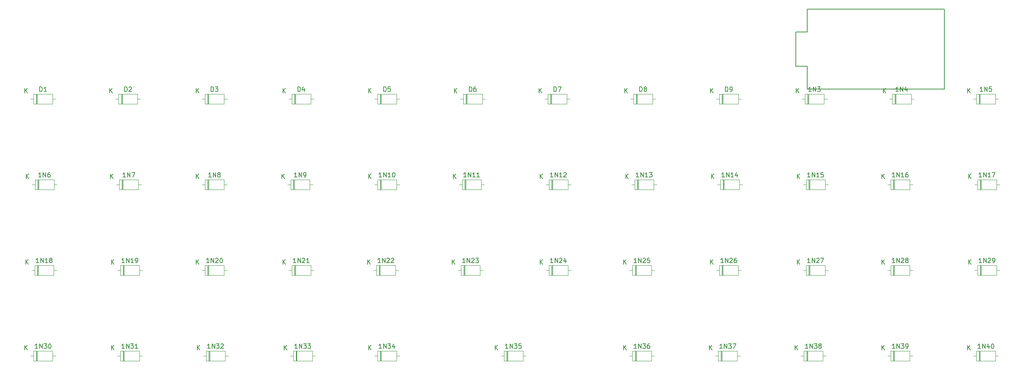
<source format=gto>
G04 #@! TF.GenerationSoftware,KiCad,Pcbnew,(5.1.10)-1*
G04 #@! TF.CreationDate,2022-01-10T13:30:35-05:00*
G04 #@! TF.ProjectId,40,3430252e-6b69-4636-9164-5f7063625858,rev?*
G04 #@! TF.SameCoordinates,Original*
G04 #@! TF.FileFunction,Legend,Top*
G04 #@! TF.FilePolarity,Positive*
%FSLAX46Y46*%
G04 Gerber Fmt 4.6, Leading zero omitted, Abs format (unit mm)*
G04 Created by KiCad (PCBNEW (5.1.10)-1) date 2022-01-10 13:30:35*
%MOMM*%
%LPD*%
G01*
G04 APERTURE LIST*
%ADD10C,0.150000*%
%ADD11C,0.120000*%
%ADD12C,1.300000*%
%ADD13C,1.600000*%
%ADD14R,1.600000X1.600000*%
%ADD15C,1.750000*%
%ADD16C,3.987800*%
%ADD17O,1.600000X1.600000*%
%ADD18C,3.048000*%
G04 APERTURE END LIST*
D10*
X237490000Y-33972500D02*
X237490000Y-51752500D01*
X207010000Y-33972500D02*
X237490000Y-33972500D01*
X207010000Y-39052500D02*
X207010000Y-33972500D01*
X204470000Y-39052500D02*
X207010000Y-39052500D01*
X204470000Y-46672500D02*
X204470000Y-39052500D01*
X207010000Y-46672500D02*
X204470000Y-46672500D01*
X207010000Y-51752500D02*
X207010000Y-46672500D01*
X207010000Y-51752500D02*
X237490000Y-51752500D01*
D11*
X187427500Y-52855000D02*
X187427500Y-55095000D01*
X187427500Y-55095000D02*
X191667500Y-55095000D01*
X191667500Y-55095000D02*
X191667500Y-52855000D01*
X191667500Y-52855000D02*
X187427500Y-52855000D01*
X186777500Y-53975000D02*
X187427500Y-53975000D01*
X192317500Y-53975000D02*
X191667500Y-53975000D01*
X188147500Y-52855000D02*
X188147500Y-55095000D01*
X188267500Y-52855000D02*
X188267500Y-55095000D01*
X188027500Y-52855000D02*
X188027500Y-55095000D01*
X168377500Y-52855000D02*
X168377500Y-55095000D01*
X168377500Y-55095000D02*
X172617500Y-55095000D01*
X172617500Y-55095000D02*
X172617500Y-52855000D01*
X172617500Y-52855000D02*
X168377500Y-52855000D01*
X167727500Y-53975000D02*
X168377500Y-53975000D01*
X173267500Y-53975000D02*
X172617500Y-53975000D01*
X169097500Y-52855000D02*
X169097500Y-55095000D01*
X169217500Y-52855000D02*
X169217500Y-55095000D01*
X168977500Y-52855000D02*
X168977500Y-55095000D01*
X149327500Y-52855000D02*
X149327500Y-55095000D01*
X149327500Y-55095000D02*
X153567500Y-55095000D01*
X153567500Y-55095000D02*
X153567500Y-52855000D01*
X153567500Y-52855000D02*
X149327500Y-52855000D01*
X148677500Y-53975000D02*
X149327500Y-53975000D01*
X154217500Y-53975000D02*
X153567500Y-53975000D01*
X150047500Y-52855000D02*
X150047500Y-55095000D01*
X150167500Y-52855000D02*
X150167500Y-55095000D01*
X149927500Y-52855000D02*
X149927500Y-55095000D01*
X130515000Y-52855000D02*
X130515000Y-55095000D01*
X130515000Y-55095000D02*
X134755000Y-55095000D01*
X134755000Y-55095000D02*
X134755000Y-52855000D01*
X134755000Y-52855000D02*
X130515000Y-52855000D01*
X129865000Y-53975000D02*
X130515000Y-53975000D01*
X135405000Y-53975000D02*
X134755000Y-53975000D01*
X131235000Y-52855000D02*
X131235000Y-55095000D01*
X131355000Y-52855000D02*
X131355000Y-55095000D01*
X131115000Y-52855000D02*
X131115000Y-55095000D01*
X111465000Y-52855000D02*
X111465000Y-55095000D01*
X111465000Y-55095000D02*
X115705000Y-55095000D01*
X115705000Y-55095000D02*
X115705000Y-52855000D01*
X115705000Y-52855000D02*
X111465000Y-52855000D01*
X110815000Y-53975000D02*
X111465000Y-53975000D01*
X116355000Y-53975000D02*
X115705000Y-53975000D01*
X112185000Y-52855000D02*
X112185000Y-55095000D01*
X112305000Y-52855000D02*
X112305000Y-55095000D01*
X112065000Y-52855000D02*
X112065000Y-55095000D01*
X92415000Y-52855000D02*
X92415000Y-55095000D01*
X92415000Y-55095000D02*
X96655000Y-55095000D01*
X96655000Y-55095000D02*
X96655000Y-52855000D01*
X96655000Y-52855000D02*
X92415000Y-52855000D01*
X91765000Y-53975000D02*
X92415000Y-53975000D01*
X97305000Y-53975000D02*
X96655000Y-53975000D01*
X93135000Y-52855000D02*
X93135000Y-55095000D01*
X93255000Y-52855000D02*
X93255000Y-55095000D01*
X93015000Y-52855000D02*
X93015000Y-55095000D01*
X73127500Y-52855000D02*
X73127500Y-55095000D01*
X73127500Y-55095000D02*
X77367500Y-55095000D01*
X77367500Y-55095000D02*
X77367500Y-52855000D01*
X77367500Y-52855000D02*
X73127500Y-52855000D01*
X72477500Y-53975000D02*
X73127500Y-53975000D01*
X78017500Y-53975000D02*
X77367500Y-53975000D01*
X73847500Y-52855000D02*
X73847500Y-55095000D01*
X73967500Y-52855000D02*
X73967500Y-55095000D01*
X73727500Y-52855000D02*
X73727500Y-55095000D01*
X53915000Y-52855000D02*
X53915000Y-55095000D01*
X53915000Y-55095000D02*
X58155000Y-55095000D01*
X58155000Y-55095000D02*
X58155000Y-52855000D01*
X58155000Y-52855000D02*
X53915000Y-52855000D01*
X53265000Y-53975000D02*
X53915000Y-53975000D01*
X58805000Y-53975000D02*
X58155000Y-53975000D01*
X54635000Y-52855000D02*
X54635000Y-55095000D01*
X54755000Y-52855000D02*
X54755000Y-55095000D01*
X54515000Y-52855000D02*
X54515000Y-55095000D01*
X35027500Y-52855000D02*
X35027500Y-55095000D01*
X35027500Y-55095000D02*
X39267500Y-55095000D01*
X39267500Y-55095000D02*
X39267500Y-52855000D01*
X39267500Y-52855000D02*
X35027500Y-52855000D01*
X34377500Y-53975000D02*
X35027500Y-53975000D01*
X39917500Y-53975000D02*
X39267500Y-53975000D01*
X35747500Y-52855000D02*
X35747500Y-55095000D01*
X35867500Y-52855000D02*
X35867500Y-55095000D01*
X35627500Y-52855000D02*
X35627500Y-55095000D01*
X244577500Y-110005000D02*
X244577500Y-112245000D01*
X244577500Y-112245000D02*
X248817500Y-112245000D01*
X248817500Y-112245000D02*
X248817500Y-110005000D01*
X248817500Y-110005000D02*
X244577500Y-110005000D01*
X243927500Y-111125000D02*
X244577500Y-111125000D01*
X249467500Y-111125000D02*
X248817500Y-111125000D01*
X245297500Y-110005000D02*
X245297500Y-112245000D01*
X245417500Y-110005000D02*
X245417500Y-112245000D01*
X245177500Y-110005000D02*
X245177500Y-112245000D01*
X225527500Y-110005000D02*
X225527500Y-112245000D01*
X225527500Y-112245000D02*
X229767500Y-112245000D01*
X229767500Y-112245000D02*
X229767500Y-110005000D01*
X229767500Y-110005000D02*
X225527500Y-110005000D01*
X224877500Y-111125000D02*
X225527500Y-111125000D01*
X230417500Y-111125000D02*
X229767500Y-111125000D01*
X226247500Y-110005000D02*
X226247500Y-112245000D01*
X226367500Y-110005000D02*
X226367500Y-112245000D01*
X226127500Y-110005000D02*
X226127500Y-112245000D01*
X206240000Y-110005000D02*
X206240000Y-112245000D01*
X206240000Y-112245000D02*
X210480000Y-112245000D01*
X210480000Y-112245000D02*
X210480000Y-110005000D01*
X210480000Y-110005000D02*
X206240000Y-110005000D01*
X205590000Y-111125000D02*
X206240000Y-111125000D01*
X211130000Y-111125000D02*
X210480000Y-111125000D01*
X206960000Y-110005000D02*
X206960000Y-112245000D01*
X207080000Y-110005000D02*
X207080000Y-112245000D01*
X206840000Y-110005000D02*
X206840000Y-112245000D01*
X187190000Y-110005000D02*
X187190000Y-112245000D01*
X187190000Y-112245000D02*
X191430000Y-112245000D01*
X191430000Y-112245000D02*
X191430000Y-110005000D01*
X191430000Y-110005000D02*
X187190000Y-110005000D01*
X186540000Y-111125000D02*
X187190000Y-111125000D01*
X192080000Y-111125000D02*
X191430000Y-111125000D01*
X187910000Y-110005000D02*
X187910000Y-112245000D01*
X188030000Y-110005000D02*
X188030000Y-112245000D01*
X187790000Y-110005000D02*
X187790000Y-112245000D01*
X168140000Y-110005000D02*
X168140000Y-112245000D01*
X168140000Y-112245000D02*
X172380000Y-112245000D01*
X172380000Y-112245000D02*
X172380000Y-110005000D01*
X172380000Y-110005000D02*
X168140000Y-110005000D01*
X167490000Y-111125000D02*
X168140000Y-111125000D01*
X173030000Y-111125000D02*
X172380000Y-111125000D01*
X168860000Y-110005000D02*
X168860000Y-112245000D01*
X168980000Y-110005000D02*
X168980000Y-112245000D01*
X168740000Y-110005000D02*
X168740000Y-112245000D01*
X139565000Y-110005000D02*
X139565000Y-112245000D01*
X139565000Y-112245000D02*
X143805000Y-112245000D01*
X143805000Y-112245000D02*
X143805000Y-110005000D01*
X143805000Y-110005000D02*
X139565000Y-110005000D01*
X138915000Y-111125000D02*
X139565000Y-111125000D01*
X144455000Y-111125000D02*
X143805000Y-111125000D01*
X140285000Y-110005000D02*
X140285000Y-112245000D01*
X140405000Y-110005000D02*
X140405000Y-112245000D01*
X140165000Y-110005000D02*
X140165000Y-112245000D01*
X111465000Y-110005000D02*
X111465000Y-112245000D01*
X111465000Y-112245000D02*
X115705000Y-112245000D01*
X115705000Y-112245000D02*
X115705000Y-110005000D01*
X115705000Y-110005000D02*
X111465000Y-110005000D01*
X110815000Y-111125000D02*
X111465000Y-111125000D01*
X116355000Y-111125000D02*
X115705000Y-111125000D01*
X112185000Y-110005000D02*
X112185000Y-112245000D01*
X112305000Y-110005000D02*
X112305000Y-112245000D01*
X112065000Y-110005000D02*
X112065000Y-112245000D01*
X92733750Y-110005000D02*
X92733750Y-112245000D01*
X92733750Y-112245000D02*
X96973750Y-112245000D01*
X96973750Y-112245000D02*
X96973750Y-110005000D01*
X96973750Y-110005000D02*
X92733750Y-110005000D01*
X92083750Y-111125000D02*
X92733750Y-111125000D01*
X97623750Y-111125000D02*
X96973750Y-111125000D01*
X93453750Y-110005000D02*
X93453750Y-112245000D01*
X93573750Y-110005000D02*
X93573750Y-112245000D01*
X93333750Y-110005000D02*
X93333750Y-112245000D01*
X73365000Y-110005000D02*
X73365000Y-112245000D01*
X73365000Y-112245000D02*
X77605000Y-112245000D01*
X77605000Y-112245000D02*
X77605000Y-110005000D01*
X77605000Y-110005000D02*
X73365000Y-110005000D01*
X72715000Y-111125000D02*
X73365000Y-111125000D01*
X78255000Y-111125000D02*
X77605000Y-111125000D01*
X74085000Y-110005000D02*
X74085000Y-112245000D01*
X74205000Y-110005000D02*
X74205000Y-112245000D01*
X73965000Y-110005000D02*
X73965000Y-112245000D01*
X54315000Y-110005000D02*
X54315000Y-112245000D01*
X54315000Y-112245000D02*
X58555000Y-112245000D01*
X58555000Y-112245000D02*
X58555000Y-110005000D01*
X58555000Y-110005000D02*
X54315000Y-110005000D01*
X53665000Y-111125000D02*
X54315000Y-111125000D01*
X59205000Y-111125000D02*
X58555000Y-111125000D01*
X55035000Y-110005000D02*
X55035000Y-112245000D01*
X55155000Y-110005000D02*
X55155000Y-112245000D01*
X54915000Y-110005000D02*
X54915000Y-112245000D01*
X35027500Y-110005000D02*
X35027500Y-112245000D01*
X35027500Y-112245000D02*
X39267500Y-112245000D01*
X39267500Y-112245000D02*
X39267500Y-110005000D01*
X39267500Y-110005000D02*
X35027500Y-110005000D01*
X34377500Y-111125000D02*
X35027500Y-111125000D01*
X39917500Y-111125000D02*
X39267500Y-111125000D01*
X35747500Y-110005000D02*
X35747500Y-112245000D01*
X35867500Y-110005000D02*
X35867500Y-112245000D01*
X35627500Y-110005000D02*
X35627500Y-112245000D01*
X244815000Y-90955000D02*
X244815000Y-93195000D01*
X244815000Y-93195000D02*
X249055000Y-93195000D01*
X249055000Y-93195000D02*
X249055000Y-90955000D01*
X249055000Y-90955000D02*
X244815000Y-90955000D01*
X244165000Y-92075000D02*
X244815000Y-92075000D01*
X249705000Y-92075000D02*
X249055000Y-92075000D01*
X245535000Y-90955000D02*
X245535000Y-93195000D01*
X245655000Y-90955000D02*
X245655000Y-93195000D01*
X245415000Y-90955000D02*
X245415000Y-93195000D01*
X225527500Y-90955000D02*
X225527500Y-93195000D01*
X225527500Y-93195000D02*
X229767500Y-93195000D01*
X229767500Y-93195000D02*
X229767500Y-90955000D01*
X229767500Y-90955000D02*
X225527500Y-90955000D01*
X224877500Y-92075000D02*
X225527500Y-92075000D01*
X230417500Y-92075000D02*
X229767500Y-92075000D01*
X226247500Y-90955000D02*
X226247500Y-93195000D01*
X226367500Y-90955000D02*
X226367500Y-93195000D01*
X226127500Y-90955000D02*
X226127500Y-93195000D01*
X206715000Y-90955000D02*
X206715000Y-93195000D01*
X206715000Y-93195000D02*
X210955000Y-93195000D01*
X210955000Y-93195000D02*
X210955000Y-90955000D01*
X210955000Y-90955000D02*
X206715000Y-90955000D01*
X206065000Y-92075000D02*
X206715000Y-92075000D01*
X211605000Y-92075000D02*
X210955000Y-92075000D01*
X207435000Y-90955000D02*
X207435000Y-93195000D01*
X207555000Y-90955000D02*
X207555000Y-93195000D01*
X207315000Y-90955000D02*
X207315000Y-93195000D01*
X187427500Y-90955000D02*
X187427500Y-93195000D01*
X187427500Y-93195000D02*
X191667500Y-93195000D01*
X191667500Y-93195000D02*
X191667500Y-90955000D01*
X191667500Y-90955000D02*
X187427500Y-90955000D01*
X186777500Y-92075000D02*
X187427500Y-92075000D01*
X192317500Y-92075000D02*
X191667500Y-92075000D01*
X188147500Y-90955000D02*
X188147500Y-93195000D01*
X188267500Y-90955000D02*
X188267500Y-93195000D01*
X188027500Y-90955000D02*
X188027500Y-93195000D01*
X168140000Y-90955000D02*
X168140000Y-93195000D01*
X168140000Y-93195000D02*
X172380000Y-93195000D01*
X172380000Y-93195000D02*
X172380000Y-90955000D01*
X172380000Y-90955000D02*
X168140000Y-90955000D01*
X167490000Y-92075000D02*
X168140000Y-92075000D01*
X173030000Y-92075000D02*
X172380000Y-92075000D01*
X168860000Y-90955000D02*
X168860000Y-93195000D01*
X168980000Y-90955000D02*
X168980000Y-93195000D01*
X168740000Y-90955000D02*
X168740000Y-93195000D01*
X149565000Y-90955000D02*
X149565000Y-93195000D01*
X149565000Y-93195000D02*
X153805000Y-93195000D01*
X153805000Y-93195000D02*
X153805000Y-90955000D01*
X153805000Y-90955000D02*
X149565000Y-90955000D01*
X148915000Y-92075000D02*
X149565000Y-92075000D01*
X154455000Y-92075000D02*
X153805000Y-92075000D01*
X150285000Y-90955000D02*
X150285000Y-93195000D01*
X150405000Y-90955000D02*
X150405000Y-93195000D01*
X150165000Y-90955000D02*
X150165000Y-93195000D01*
X130040000Y-90955000D02*
X130040000Y-93195000D01*
X130040000Y-93195000D02*
X134280000Y-93195000D01*
X134280000Y-93195000D02*
X134280000Y-90955000D01*
X134280000Y-90955000D02*
X130040000Y-90955000D01*
X129390000Y-92075000D02*
X130040000Y-92075000D01*
X134930000Y-92075000D02*
X134280000Y-92075000D01*
X130760000Y-90955000D02*
X130760000Y-93195000D01*
X130880000Y-90955000D02*
X130880000Y-93195000D01*
X130640000Y-90955000D02*
X130640000Y-93195000D01*
X111227500Y-90955000D02*
X111227500Y-93195000D01*
X111227500Y-93195000D02*
X115467500Y-93195000D01*
X115467500Y-93195000D02*
X115467500Y-90955000D01*
X115467500Y-90955000D02*
X111227500Y-90955000D01*
X110577500Y-92075000D02*
X111227500Y-92075000D01*
X116117500Y-92075000D02*
X115467500Y-92075000D01*
X111947500Y-90955000D02*
X111947500Y-93195000D01*
X112067500Y-90955000D02*
X112067500Y-93195000D01*
X111827500Y-90955000D02*
X111827500Y-93195000D01*
X92415000Y-90955000D02*
X92415000Y-93195000D01*
X92415000Y-93195000D02*
X96655000Y-93195000D01*
X96655000Y-93195000D02*
X96655000Y-90955000D01*
X96655000Y-90955000D02*
X92415000Y-90955000D01*
X91765000Y-92075000D02*
X92415000Y-92075000D01*
X97305000Y-92075000D02*
X96655000Y-92075000D01*
X93135000Y-90955000D02*
X93135000Y-93195000D01*
X93255000Y-90955000D02*
X93255000Y-93195000D01*
X93015000Y-90955000D02*
X93015000Y-93195000D01*
X73127500Y-90955000D02*
X73127500Y-93195000D01*
X73127500Y-93195000D02*
X77367500Y-93195000D01*
X77367500Y-93195000D02*
X77367500Y-90955000D01*
X77367500Y-90955000D02*
X73127500Y-90955000D01*
X72477500Y-92075000D02*
X73127500Y-92075000D01*
X78017500Y-92075000D02*
X77367500Y-92075000D01*
X73847500Y-90955000D02*
X73847500Y-93195000D01*
X73967500Y-90955000D02*
X73967500Y-93195000D01*
X73727500Y-90955000D02*
X73727500Y-93195000D01*
X54315000Y-90955000D02*
X54315000Y-93195000D01*
X54315000Y-93195000D02*
X58555000Y-93195000D01*
X58555000Y-93195000D02*
X58555000Y-90955000D01*
X58555000Y-90955000D02*
X54315000Y-90955000D01*
X53665000Y-92075000D02*
X54315000Y-92075000D01*
X59205000Y-92075000D02*
X58555000Y-92075000D01*
X55035000Y-90955000D02*
X55035000Y-93195000D01*
X55155000Y-90955000D02*
X55155000Y-93195000D01*
X54915000Y-90955000D02*
X54915000Y-93195000D01*
X35265000Y-90955000D02*
X35265000Y-93195000D01*
X35265000Y-93195000D02*
X39505000Y-93195000D01*
X39505000Y-93195000D02*
X39505000Y-90955000D01*
X39505000Y-90955000D02*
X35265000Y-90955000D01*
X34615000Y-92075000D02*
X35265000Y-92075000D01*
X40155000Y-92075000D02*
X39505000Y-92075000D01*
X35985000Y-90955000D02*
X35985000Y-93195000D01*
X36105000Y-90955000D02*
X36105000Y-93195000D01*
X35865000Y-90955000D02*
X35865000Y-93195000D01*
X244815000Y-71905000D02*
X244815000Y-74145000D01*
X244815000Y-74145000D02*
X249055000Y-74145000D01*
X249055000Y-74145000D02*
X249055000Y-71905000D01*
X249055000Y-71905000D02*
X244815000Y-71905000D01*
X244165000Y-73025000D02*
X244815000Y-73025000D01*
X249705000Y-73025000D02*
X249055000Y-73025000D01*
X245535000Y-71905000D02*
X245535000Y-74145000D01*
X245655000Y-71905000D02*
X245655000Y-74145000D01*
X245415000Y-71905000D02*
X245415000Y-74145000D01*
X225527500Y-71905000D02*
X225527500Y-74145000D01*
X225527500Y-74145000D02*
X229767500Y-74145000D01*
X229767500Y-74145000D02*
X229767500Y-71905000D01*
X229767500Y-71905000D02*
X225527500Y-71905000D01*
X224877500Y-73025000D02*
X225527500Y-73025000D01*
X230417500Y-73025000D02*
X229767500Y-73025000D01*
X226247500Y-71905000D02*
X226247500Y-74145000D01*
X226367500Y-71905000D02*
X226367500Y-74145000D01*
X226127500Y-71905000D02*
X226127500Y-74145000D01*
X206715000Y-71905000D02*
X206715000Y-74145000D01*
X206715000Y-74145000D02*
X210955000Y-74145000D01*
X210955000Y-74145000D02*
X210955000Y-71905000D01*
X210955000Y-71905000D02*
X206715000Y-71905000D01*
X206065000Y-73025000D02*
X206715000Y-73025000D01*
X211605000Y-73025000D02*
X210955000Y-73025000D01*
X207435000Y-71905000D02*
X207435000Y-74145000D01*
X207555000Y-71905000D02*
X207555000Y-74145000D01*
X207315000Y-71905000D02*
X207315000Y-74145000D01*
X187665000Y-71905000D02*
X187665000Y-74145000D01*
X187665000Y-74145000D02*
X191905000Y-74145000D01*
X191905000Y-74145000D02*
X191905000Y-71905000D01*
X191905000Y-71905000D02*
X187665000Y-71905000D01*
X187015000Y-73025000D02*
X187665000Y-73025000D01*
X192555000Y-73025000D02*
X191905000Y-73025000D01*
X188385000Y-71905000D02*
X188385000Y-74145000D01*
X188505000Y-71905000D02*
X188505000Y-74145000D01*
X188265000Y-71905000D02*
X188265000Y-74145000D01*
X168615000Y-71905000D02*
X168615000Y-74145000D01*
X168615000Y-74145000D02*
X172855000Y-74145000D01*
X172855000Y-74145000D02*
X172855000Y-71905000D01*
X172855000Y-71905000D02*
X168615000Y-71905000D01*
X167965000Y-73025000D02*
X168615000Y-73025000D01*
X173505000Y-73025000D02*
X172855000Y-73025000D01*
X169335000Y-71905000D02*
X169335000Y-74145000D01*
X169455000Y-71905000D02*
X169455000Y-74145000D01*
X169215000Y-71905000D02*
X169215000Y-74145000D01*
X149565000Y-71905000D02*
X149565000Y-74145000D01*
X149565000Y-74145000D02*
X153805000Y-74145000D01*
X153805000Y-74145000D02*
X153805000Y-71905000D01*
X153805000Y-71905000D02*
X149565000Y-71905000D01*
X148915000Y-73025000D02*
X149565000Y-73025000D01*
X154455000Y-73025000D02*
X153805000Y-73025000D01*
X150285000Y-71905000D02*
X150285000Y-74145000D01*
X150405000Y-71905000D02*
X150405000Y-74145000D01*
X150165000Y-71905000D02*
X150165000Y-74145000D01*
X130277500Y-71905000D02*
X130277500Y-74145000D01*
X130277500Y-74145000D02*
X134517500Y-74145000D01*
X134517500Y-74145000D02*
X134517500Y-71905000D01*
X134517500Y-71905000D02*
X130277500Y-71905000D01*
X129627500Y-73025000D02*
X130277500Y-73025000D01*
X135167500Y-73025000D02*
X134517500Y-73025000D01*
X130997500Y-71905000D02*
X130997500Y-74145000D01*
X131117500Y-71905000D02*
X131117500Y-74145000D01*
X130877500Y-71905000D02*
X130877500Y-74145000D01*
X111465000Y-71905000D02*
X111465000Y-74145000D01*
X111465000Y-74145000D02*
X115705000Y-74145000D01*
X115705000Y-74145000D02*
X115705000Y-71905000D01*
X115705000Y-71905000D02*
X111465000Y-71905000D01*
X110815000Y-73025000D02*
X111465000Y-73025000D01*
X116355000Y-73025000D02*
X115705000Y-73025000D01*
X112185000Y-71905000D02*
X112185000Y-74145000D01*
X112305000Y-71905000D02*
X112305000Y-74145000D01*
X112065000Y-71905000D02*
X112065000Y-74145000D01*
X92177500Y-71905000D02*
X92177500Y-74145000D01*
X92177500Y-74145000D02*
X96417500Y-74145000D01*
X96417500Y-74145000D02*
X96417500Y-71905000D01*
X96417500Y-71905000D02*
X92177500Y-71905000D01*
X91527500Y-73025000D02*
X92177500Y-73025000D01*
X97067500Y-73025000D02*
X96417500Y-73025000D01*
X92897500Y-71905000D02*
X92897500Y-74145000D01*
X93017500Y-71905000D02*
X93017500Y-74145000D01*
X92777500Y-71905000D02*
X92777500Y-74145000D01*
X73127500Y-71905000D02*
X73127500Y-74145000D01*
X73127500Y-74145000D02*
X77367500Y-74145000D01*
X77367500Y-74145000D02*
X77367500Y-71905000D01*
X77367500Y-71905000D02*
X73127500Y-71905000D01*
X72477500Y-73025000D02*
X73127500Y-73025000D01*
X78017500Y-73025000D02*
X77367500Y-73025000D01*
X73847500Y-71905000D02*
X73847500Y-74145000D01*
X73967500Y-71905000D02*
X73967500Y-74145000D01*
X73727500Y-71905000D02*
X73727500Y-74145000D01*
X54077500Y-71905000D02*
X54077500Y-74145000D01*
X54077500Y-74145000D02*
X58317500Y-74145000D01*
X58317500Y-74145000D02*
X58317500Y-71905000D01*
X58317500Y-71905000D02*
X54077500Y-71905000D01*
X53427500Y-73025000D02*
X54077500Y-73025000D01*
X58967500Y-73025000D02*
X58317500Y-73025000D01*
X54797500Y-71905000D02*
X54797500Y-74145000D01*
X54917500Y-71905000D02*
X54917500Y-74145000D01*
X54677500Y-71905000D02*
X54677500Y-74145000D01*
X35345000Y-71905000D02*
X35345000Y-74145000D01*
X35345000Y-74145000D02*
X39585000Y-74145000D01*
X39585000Y-74145000D02*
X39585000Y-71905000D01*
X39585000Y-71905000D02*
X35345000Y-71905000D01*
X34695000Y-73025000D02*
X35345000Y-73025000D01*
X40235000Y-73025000D02*
X39585000Y-73025000D01*
X36065000Y-71905000D02*
X36065000Y-74145000D01*
X36185000Y-71905000D02*
X36185000Y-74145000D01*
X35945000Y-71905000D02*
X35945000Y-74145000D01*
X244577500Y-52855000D02*
X244577500Y-55095000D01*
X244577500Y-55095000D02*
X248817500Y-55095000D01*
X248817500Y-55095000D02*
X248817500Y-52855000D01*
X248817500Y-52855000D02*
X244577500Y-52855000D01*
X243927500Y-53975000D02*
X244577500Y-53975000D01*
X249467500Y-53975000D02*
X248817500Y-53975000D01*
X245297500Y-52855000D02*
X245297500Y-55095000D01*
X245417500Y-52855000D02*
X245417500Y-55095000D01*
X245177500Y-52855000D02*
X245177500Y-55095000D01*
X225845000Y-52855000D02*
X225845000Y-55095000D01*
X225845000Y-55095000D02*
X230085000Y-55095000D01*
X230085000Y-55095000D02*
X230085000Y-52855000D01*
X230085000Y-52855000D02*
X225845000Y-52855000D01*
X225195000Y-53975000D02*
X225845000Y-53975000D01*
X230735000Y-53975000D02*
X230085000Y-53975000D01*
X226565000Y-52855000D02*
X226565000Y-55095000D01*
X226685000Y-52855000D02*
X226685000Y-55095000D01*
X226445000Y-52855000D02*
X226445000Y-55095000D01*
X206477500Y-52855000D02*
X206477500Y-55095000D01*
X206477500Y-55095000D02*
X210717500Y-55095000D01*
X210717500Y-55095000D02*
X210717500Y-52855000D01*
X210717500Y-52855000D02*
X206477500Y-52855000D01*
X205827500Y-53975000D02*
X206477500Y-53975000D01*
X211367500Y-53975000D02*
X210717500Y-53975000D01*
X207197500Y-52855000D02*
X207197500Y-55095000D01*
X207317500Y-52855000D02*
X207317500Y-55095000D01*
X207077500Y-52855000D02*
X207077500Y-55095000D01*
D10*
X188809404Y-52307380D02*
X188809404Y-51307380D01*
X189047500Y-51307380D01*
X189190357Y-51355000D01*
X189285595Y-51450238D01*
X189333214Y-51545476D01*
X189380833Y-51735952D01*
X189380833Y-51878809D01*
X189333214Y-52069285D01*
X189285595Y-52164523D01*
X189190357Y-52259761D01*
X189047500Y-52307380D01*
X188809404Y-52307380D01*
X189857023Y-52307380D02*
X190047500Y-52307380D01*
X190142738Y-52259761D01*
X190190357Y-52212142D01*
X190285595Y-52069285D01*
X190333214Y-51878809D01*
X190333214Y-51497857D01*
X190285595Y-51402619D01*
X190237976Y-51355000D01*
X190142738Y-51307380D01*
X189952261Y-51307380D01*
X189857023Y-51355000D01*
X189809404Y-51402619D01*
X189761785Y-51497857D01*
X189761785Y-51735952D01*
X189809404Y-51831190D01*
X189857023Y-51878809D01*
X189952261Y-51926428D01*
X190142738Y-51926428D01*
X190237976Y-51878809D01*
X190285595Y-51831190D01*
X190333214Y-51735952D01*
X185475595Y-52627380D02*
X185475595Y-51627380D01*
X186047023Y-52627380D02*
X185618452Y-52055952D01*
X186047023Y-51627380D02*
X185475595Y-52198809D01*
X169759404Y-52307380D02*
X169759404Y-51307380D01*
X169997500Y-51307380D01*
X170140357Y-51355000D01*
X170235595Y-51450238D01*
X170283214Y-51545476D01*
X170330833Y-51735952D01*
X170330833Y-51878809D01*
X170283214Y-52069285D01*
X170235595Y-52164523D01*
X170140357Y-52259761D01*
X169997500Y-52307380D01*
X169759404Y-52307380D01*
X170902261Y-51735952D02*
X170807023Y-51688333D01*
X170759404Y-51640714D01*
X170711785Y-51545476D01*
X170711785Y-51497857D01*
X170759404Y-51402619D01*
X170807023Y-51355000D01*
X170902261Y-51307380D01*
X171092738Y-51307380D01*
X171187976Y-51355000D01*
X171235595Y-51402619D01*
X171283214Y-51497857D01*
X171283214Y-51545476D01*
X171235595Y-51640714D01*
X171187976Y-51688333D01*
X171092738Y-51735952D01*
X170902261Y-51735952D01*
X170807023Y-51783571D01*
X170759404Y-51831190D01*
X170711785Y-51926428D01*
X170711785Y-52116904D01*
X170759404Y-52212142D01*
X170807023Y-52259761D01*
X170902261Y-52307380D01*
X171092738Y-52307380D01*
X171187976Y-52259761D01*
X171235595Y-52212142D01*
X171283214Y-52116904D01*
X171283214Y-51926428D01*
X171235595Y-51831190D01*
X171187976Y-51783571D01*
X171092738Y-51735952D01*
X166425595Y-52627380D02*
X166425595Y-51627380D01*
X166997023Y-52627380D02*
X166568452Y-52055952D01*
X166997023Y-51627380D02*
X166425595Y-52198809D01*
X150709404Y-52307380D02*
X150709404Y-51307380D01*
X150947500Y-51307380D01*
X151090357Y-51355000D01*
X151185595Y-51450238D01*
X151233214Y-51545476D01*
X151280833Y-51735952D01*
X151280833Y-51878809D01*
X151233214Y-52069285D01*
X151185595Y-52164523D01*
X151090357Y-52259761D01*
X150947500Y-52307380D01*
X150709404Y-52307380D01*
X151614166Y-51307380D02*
X152280833Y-51307380D01*
X151852261Y-52307380D01*
X147375595Y-52627380D02*
X147375595Y-51627380D01*
X147947023Y-52627380D02*
X147518452Y-52055952D01*
X147947023Y-51627380D02*
X147375595Y-52198809D01*
X131896904Y-52307380D02*
X131896904Y-51307380D01*
X132135000Y-51307380D01*
X132277857Y-51355000D01*
X132373095Y-51450238D01*
X132420714Y-51545476D01*
X132468333Y-51735952D01*
X132468333Y-51878809D01*
X132420714Y-52069285D01*
X132373095Y-52164523D01*
X132277857Y-52259761D01*
X132135000Y-52307380D01*
X131896904Y-52307380D01*
X133325476Y-51307380D02*
X133135000Y-51307380D01*
X133039761Y-51355000D01*
X132992142Y-51402619D01*
X132896904Y-51545476D01*
X132849285Y-51735952D01*
X132849285Y-52116904D01*
X132896904Y-52212142D01*
X132944523Y-52259761D01*
X133039761Y-52307380D01*
X133230238Y-52307380D01*
X133325476Y-52259761D01*
X133373095Y-52212142D01*
X133420714Y-52116904D01*
X133420714Y-51878809D01*
X133373095Y-51783571D01*
X133325476Y-51735952D01*
X133230238Y-51688333D01*
X133039761Y-51688333D01*
X132944523Y-51735952D01*
X132896904Y-51783571D01*
X132849285Y-51878809D01*
X128563095Y-52627380D02*
X128563095Y-51627380D01*
X129134523Y-52627380D02*
X128705952Y-52055952D01*
X129134523Y-51627380D02*
X128563095Y-52198809D01*
X112846904Y-52307380D02*
X112846904Y-51307380D01*
X113085000Y-51307380D01*
X113227857Y-51355000D01*
X113323095Y-51450238D01*
X113370714Y-51545476D01*
X113418333Y-51735952D01*
X113418333Y-51878809D01*
X113370714Y-52069285D01*
X113323095Y-52164523D01*
X113227857Y-52259761D01*
X113085000Y-52307380D01*
X112846904Y-52307380D01*
X114323095Y-51307380D02*
X113846904Y-51307380D01*
X113799285Y-51783571D01*
X113846904Y-51735952D01*
X113942142Y-51688333D01*
X114180238Y-51688333D01*
X114275476Y-51735952D01*
X114323095Y-51783571D01*
X114370714Y-51878809D01*
X114370714Y-52116904D01*
X114323095Y-52212142D01*
X114275476Y-52259761D01*
X114180238Y-52307380D01*
X113942142Y-52307380D01*
X113846904Y-52259761D01*
X113799285Y-52212142D01*
X109513095Y-52627380D02*
X109513095Y-51627380D01*
X110084523Y-52627380D02*
X109655952Y-52055952D01*
X110084523Y-51627380D02*
X109513095Y-52198809D01*
X93796904Y-52307380D02*
X93796904Y-51307380D01*
X94035000Y-51307380D01*
X94177857Y-51355000D01*
X94273095Y-51450238D01*
X94320714Y-51545476D01*
X94368333Y-51735952D01*
X94368333Y-51878809D01*
X94320714Y-52069285D01*
X94273095Y-52164523D01*
X94177857Y-52259761D01*
X94035000Y-52307380D01*
X93796904Y-52307380D01*
X95225476Y-51640714D02*
X95225476Y-52307380D01*
X94987380Y-51259761D02*
X94749285Y-51974047D01*
X95368333Y-51974047D01*
X90463095Y-52627380D02*
X90463095Y-51627380D01*
X91034523Y-52627380D02*
X90605952Y-52055952D01*
X91034523Y-51627380D02*
X90463095Y-52198809D01*
X74509404Y-52307380D02*
X74509404Y-51307380D01*
X74747500Y-51307380D01*
X74890357Y-51355000D01*
X74985595Y-51450238D01*
X75033214Y-51545476D01*
X75080833Y-51735952D01*
X75080833Y-51878809D01*
X75033214Y-52069285D01*
X74985595Y-52164523D01*
X74890357Y-52259761D01*
X74747500Y-52307380D01*
X74509404Y-52307380D01*
X75414166Y-51307380D02*
X76033214Y-51307380D01*
X75699880Y-51688333D01*
X75842738Y-51688333D01*
X75937976Y-51735952D01*
X75985595Y-51783571D01*
X76033214Y-51878809D01*
X76033214Y-52116904D01*
X75985595Y-52212142D01*
X75937976Y-52259761D01*
X75842738Y-52307380D01*
X75557023Y-52307380D01*
X75461785Y-52259761D01*
X75414166Y-52212142D01*
X71175595Y-52627380D02*
X71175595Y-51627380D01*
X71747023Y-52627380D02*
X71318452Y-52055952D01*
X71747023Y-51627380D02*
X71175595Y-52198809D01*
X55296904Y-52307380D02*
X55296904Y-51307380D01*
X55535000Y-51307380D01*
X55677857Y-51355000D01*
X55773095Y-51450238D01*
X55820714Y-51545476D01*
X55868333Y-51735952D01*
X55868333Y-51878809D01*
X55820714Y-52069285D01*
X55773095Y-52164523D01*
X55677857Y-52259761D01*
X55535000Y-52307380D01*
X55296904Y-52307380D01*
X56249285Y-51402619D02*
X56296904Y-51355000D01*
X56392142Y-51307380D01*
X56630238Y-51307380D01*
X56725476Y-51355000D01*
X56773095Y-51402619D01*
X56820714Y-51497857D01*
X56820714Y-51593095D01*
X56773095Y-51735952D01*
X56201666Y-52307380D01*
X56820714Y-52307380D01*
X51963095Y-52627380D02*
X51963095Y-51627380D01*
X52534523Y-52627380D02*
X52105952Y-52055952D01*
X52534523Y-51627380D02*
X51963095Y-52198809D01*
X36409404Y-52307380D02*
X36409404Y-51307380D01*
X36647500Y-51307380D01*
X36790357Y-51355000D01*
X36885595Y-51450238D01*
X36933214Y-51545476D01*
X36980833Y-51735952D01*
X36980833Y-51878809D01*
X36933214Y-52069285D01*
X36885595Y-52164523D01*
X36790357Y-52259761D01*
X36647500Y-52307380D01*
X36409404Y-52307380D01*
X37933214Y-52307380D02*
X37361785Y-52307380D01*
X37647500Y-52307380D02*
X37647500Y-51307380D01*
X37552261Y-51450238D01*
X37457023Y-51545476D01*
X37361785Y-51593095D01*
X33075595Y-52627380D02*
X33075595Y-51627380D01*
X33647023Y-52627380D02*
X33218452Y-52055952D01*
X33647023Y-51627380D02*
X33075595Y-52198809D01*
X245507023Y-109457380D02*
X244935595Y-109457380D01*
X245221309Y-109457380D02*
X245221309Y-108457380D01*
X245126071Y-108600238D01*
X245030833Y-108695476D01*
X244935595Y-108743095D01*
X245935595Y-109457380D02*
X245935595Y-108457380D01*
X246507023Y-109457380D01*
X246507023Y-108457380D01*
X247411785Y-108790714D02*
X247411785Y-109457380D01*
X247173690Y-108409761D02*
X246935595Y-109124047D01*
X247554642Y-109124047D01*
X248126071Y-108457380D02*
X248221309Y-108457380D01*
X248316547Y-108505000D01*
X248364166Y-108552619D01*
X248411785Y-108647857D01*
X248459404Y-108838333D01*
X248459404Y-109076428D01*
X248411785Y-109266904D01*
X248364166Y-109362142D01*
X248316547Y-109409761D01*
X248221309Y-109457380D01*
X248126071Y-109457380D01*
X248030833Y-109409761D01*
X247983214Y-109362142D01*
X247935595Y-109266904D01*
X247887976Y-109076428D01*
X247887976Y-108838333D01*
X247935595Y-108647857D01*
X247983214Y-108552619D01*
X248030833Y-108505000D01*
X248126071Y-108457380D01*
X242625595Y-109777380D02*
X242625595Y-108777380D01*
X243197023Y-109777380D02*
X242768452Y-109205952D01*
X243197023Y-108777380D02*
X242625595Y-109348809D01*
X226457023Y-109457380D02*
X225885595Y-109457380D01*
X226171309Y-109457380D02*
X226171309Y-108457380D01*
X226076071Y-108600238D01*
X225980833Y-108695476D01*
X225885595Y-108743095D01*
X226885595Y-109457380D02*
X226885595Y-108457380D01*
X227457023Y-109457380D01*
X227457023Y-108457380D01*
X227837976Y-108457380D02*
X228457023Y-108457380D01*
X228123690Y-108838333D01*
X228266547Y-108838333D01*
X228361785Y-108885952D01*
X228409404Y-108933571D01*
X228457023Y-109028809D01*
X228457023Y-109266904D01*
X228409404Y-109362142D01*
X228361785Y-109409761D01*
X228266547Y-109457380D01*
X227980833Y-109457380D01*
X227885595Y-109409761D01*
X227837976Y-109362142D01*
X228933214Y-109457380D02*
X229123690Y-109457380D01*
X229218928Y-109409761D01*
X229266547Y-109362142D01*
X229361785Y-109219285D01*
X229409404Y-109028809D01*
X229409404Y-108647857D01*
X229361785Y-108552619D01*
X229314166Y-108505000D01*
X229218928Y-108457380D01*
X229028452Y-108457380D01*
X228933214Y-108505000D01*
X228885595Y-108552619D01*
X228837976Y-108647857D01*
X228837976Y-108885952D01*
X228885595Y-108981190D01*
X228933214Y-109028809D01*
X229028452Y-109076428D01*
X229218928Y-109076428D01*
X229314166Y-109028809D01*
X229361785Y-108981190D01*
X229409404Y-108885952D01*
X223575595Y-109777380D02*
X223575595Y-108777380D01*
X224147023Y-109777380D02*
X223718452Y-109205952D01*
X224147023Y-108777380D02*
X223575595Y-109348809D01*
X207169523Y-109457380D02*
X206598095Y-109457380D01*
X206883809Y-109457380D02*
X206883809Y-108457380D01*
X206788571Y-108600238D01*
X206693333Y-108695476D01*
X206598095Y-108743095D01*
X207598095Y-109457380D02*
X207598095Y-108457380D01*
X208169523Y-109457380D01*
X208169523Y-108457380D01*
X208550476Y-108457380D02*
X209169523Y-108457380D01*
X208836190Y-108838333D01*
X208979047Y-108838333D01*
X209074285Y-108885952D01*
X209121904Y-108933571D01*
X209169523Y-109028809D01*
X209169523Y-109266904D01*
X209121904Y-109362142D01*
X209074285Y-109409761D01*
X208979047Y-109457380D01*
X208693333Y-109457380D01*
X208598095Y-109409761D01*
X208550476Y-109362142D01*
X209740952Y-108885952D02*
X209645714Y-108838333D01*
X209598095Y-108790714D01*
X209550476Y-108695476D01*
X209550476Y-108647857D01*
X209598095Y-108552619D01*
X209645714Y-108505000D01*
X209740952Y-108457380D01*
X209931428Y-108457380D01*
X210026666Y-108505000D01*
X210074285Y-108552619D01*
X210121904Y-108647857D01*
X210121904Y-108695476D01*
X210074285Y-108790714D01*
X210026666Y-108838333D01*
X209931428Y-108885952D01*
X209740952Y-108885952D01*
X209645714Y-108933571D01*
X209598095Y-108981190D01*
X209550476Y-109076428D01*
X209550476Y-109266904D01*
X209598095Y-109362142D01*
X209645714Y-109409761D01*
X209740952Y-109457380D01*
X209931428Y-109457380D01*
X210026666Y-109409761D01*
X210074285Y-109362142D01*
X210121904Y-109266904D01*
X210121904Y-109076428D01*
X210074285Y-108981190D01*
X210026666Y-108933571D01*
X209931428Y-108885952D01*
X204288095Y-109777380D02*
X204288095Y-108777380D01*
X204859523Y-109777380D02*
X204430952Y-109205952D01*
X204859523Y-108777380D02*
X204288095Y-109348809D01*
X188119523Y-109457380D02*
X187548095Y-109457380D01*
X187833809Y-109457380D02*
X187833809Y-108457380D01*
X187738571Y-108600238D01*
X187643333Y-108695476D01*
X187548095Y-108743095D01*
X188548095Y-109457380D02*
X188548095Y-108457380D01*
X189119523Y-109457380D01*
X189119523Y-108457380D01*
X189500476Y-108457380D02*
X190119523Y-108457380D01*
X189786190Y-108838333D01*
X189929047Y-108838333D01*
X190024285Y-108885952D01*
X190071904Y-108933571D01*
X190119523Y-109028809D01*
X190119523Y-109266904D01*
X190071904Y-109362142D01*
X190024285Y-109409761D01*
X189929047Y-109457380D01*
X189643333Y-109457380D01*
X189548095Y-109409761D01*
X189500476Y-109362142D01*
X190452857Y-108457380D02*
X191119523Y-108457380D01*
X190690952Y-109457380D01*
X185238095Y-109777380D02*
X185238095Y-108777380D01*
X185809523Y-109777380D02*
X185380952Y-109205952D01*
X185809523Y-108777380D02*
X185238095Y-109348809D01*
X169069523Y-109457380D02*
X168498095Y-109457380D01*
X168783809Y-109457380D02*
X168783809Y-108457380D01*
X168688571Y-108600238D01*
X168593333Y-108695476D01*
X168498095Y-108743095D01*
X169498095Y-109457380D02*
X169498095Y-108457380D01*
X170069523Y-109457380D01*
X170069523Y-108457380D01*
X170450476Y-108457380D02*
X171069523Y-108457380D01*
X170736190Y-108838333D01*
X170879047Y-108838333D01*
X170974285Y-108885952D01*
X171021904Y-108933571D01*
X171069523Y-109028809D01*
X171069523Y-109266904D01*
X171021904Y-109362142D01*
X170974285Y-109409761D01*
X170879047Y-109457380D01*
X170593333Y-109457380D01*
X170498095Y-109409761D01*
X170450476Y-109362142D01*
X171926666Y-108457380D02*
X171736190Y-108457380D01*
X171640952Y-108505000D01*
X171593333Y-108552619D01*
X171498095Y-108695476D01*
X171450476Y-108885952D01*
X171450476Y-109266904D01*
X171498095Y-109362142D01*
X171545714Y-109409761D01*
X171640952Y-109457380D01*
X171831428Y-109457380D01*
X171926666Y-109409761D01*
X171974285Y-109362142D01*
X172021904Y-109266904D01*
X172021904Y-109028809D01*
X171974285Y-108933571D01*
X171926666Y-108885952D01*
X171831428Y-108838333D01*
X171640952Y-108838333D01*
X171545714Y-108885952D01*
X171498095Y-108933571D01*
X171450476Y-109028809D01*
X166188095Y-109777380D02*
X166188095Y-108777380D01*
X166759523Y-109777380D02*
X166330952Y-109205952D01*
X166759523Y-108777380D02*
X166188095Y-109348809D01*
X140494523Y-109457380D02*
X139923095Y-109457380D01*
X140208809Y-109457380D02*
X140208809Y-108457380D01*
X140113571Y-108600238D01*
X140018333Y-108695476D01*
X139923095Y-108743095D01*
X140923095Y-109457380D02*
X140923095Y-108457380D01*
X141494523Y-109457380D01*
X141494523Y-108457380D01*
X141875476Y-108457380D02*
X142494523Y-108457380D01*
X142161190Y-108838333D01*
X142304047Y-108838333D01*
X142399285Y-108885952D01*
X142446904Y-108933571D01*
X142494523Y-109028809D01*
X142494523Y-109266904D01*
X142446904Y-109362142D01*
X142399285Y-109409761D01*
X142304047Y-109457380D01*
X142018333Y-109457380D01*
X141923095Y-109409761D01*
X141875476Y-109362142D01*
X143399285Y-108457380D02*
X142923095Y-108457380D01*
X142875476Y-108933571D01*
X142923095Y-108885952D01*
X143018333Y-108838333D01*
X143256428Y-108838333D01*
X143351666Y-108885952D01*
X143399285Y-108933571D01*
X143446904Y-109028809D01*
X143446904Y-109266904D01*
X143399285Y-109362142D01*
X143351666Y-109409761D01*
X143256428Y-109457380D01*
X143018333Y-109457380D01*
X142923095Y-109409761D01*
X142875476Y-109362142D01*
X137613095Y-109777380D02*
X137613095Y-108777380D01*
X138184523Y-109777380D02*
X137755952Y-109205952D01*
X138184523Y-108777380D02*
X137613095Y-109348809D01*
X112394523Y-109457380D02*
X111823095Y-109457380D01*
X112108809Y-109457380D02*
X112108809Y-108457380D01*
X112013571Y-108600238D01*
X111918333Y-108695476D01*
X111823095Y-108743095D01*
X112823095Y-109457380D02*
X112823095Y-108457380D01*
X113394523Y-109457380D01*
X113394523Y-108457380D01*
X113775476Y-108457380D02*
X114394523Y-108457380D01*
X114061190Y-108838333D01*
X114204047Y-108838333D01*
X114299285Y-108885952D01*
X114346904Y-108933571D01*
X114394523Y-109028809D01*
X114394523Y-109266904D01*
X114346904Y-109362142D01*
X114299285Y-109409761D01*
X114204047Y-109457380D01*
X113918333Y-109457380D01*
X113823095Y-109409761D01*
X113775476Y-109362142D01*
X115251666Y-108790714D02*
X115251666Y-109457380D01*
X115013571Y-108409761D02*
X114775476Y-109124047D01*
X115394523Y-109124047D01*
X109513095Y-109777380D02*
X109513095Y-108777380D01*
X110084523Y-109777380D02*
X109655952Y-109205952D01*
X110084523Y-108777380D02*
X109513095Y-109348809D01*
X93663273Y-109457380D02*
X93091845Y-109457380D01*
X93377559Y-109457380D02*
X93377559Y-108457380D01*
X93282321Y-108600238D01*
X93187083Y-108695476D01*
X93091845Y-108743095D01*
X94091845Y-109457380D02*
X94091845Y-108457380D01*
X94663273Y-109457380D01*
X94663273Y-108457380D01*
X95044226Y-108457380D02*
X95663273Y-108457380D01*
X95329940Y-108838333D01*
X95472797Y-108838333D01*
X95568035Y-108885952D01*
X95615654Y-108933571D01*
X95663273Y-109028809D01*
X95663273Y-109266904D01*
X95615654Y-109362142D01*
X95568035Y-109409761D01*
X95472797Y-109457380D01*
X95187083Y-109457380D01*
X95091845Y-109409761D01*
X95044226Y-109362142D01*
X95996607Y-108457380D02*
X96615654Y-108457380D01*
X96282321Y-108838333D01*
X96425178Y-108838333D01*
X96520416Y-108885952D01*
X96568035Y-108933571D01*
X96615654Y-109028809D01*
X96615654Y-109266904D01*
X96568035Y-109362142D01*
X96520416Y-109409761D01*
X96425178Y-109457380D01*
X96139464Y-109457380D01*
X96044226Y-109409761D01*
X95996607Y-109362142D01*
X90781845Y-109777380D02*
X90781845Y-108777380D01*
X91353273Y-109777380D02*
X90924702Y-109205952D01*
X91353273Y-108777380D02*
X90781845Y-109348809D01*
X74294523Y-109457380D02*
X73723095Y-109457380D01*
X74008809Y-109457380D02*
X74008809Y-108457380D01*
X73913571Y-108600238D01*
X73818333Y-108695476D01*
X73723095Y-108743095D01*
X74723095Y-109457380D02*
X74723095Y-108457380D01*
X75294523Y-109457380D01*
X75294523Y-108457380D01*
X75675476Y-108457380D02*
X76294523Y-108457380D01*
X75961190Y-108838333D01*
X76104047Y-108838333D01*
X76199285Y-108885952D01*
X76246904Y-108933571D01*
X76294523Y-109028809D01*
X76294523Y-109266904D01*
X76246904Y-109362142D01*
X76199285Y-109409761D01*
X76104047Y-109457380D01*
X75818333Y-109457380D01*
X75723095Y-109409761D01*
X75675476Y-109362142D01*
X76675476Y-108552619D02*
X76723095Y-108505000D01*
X76818333Y-108457380D01*
X77056428Y-108457380D01*
X77151666Y-108505000D01*
X77199285Y-108552619D01*
X77246904Y-108647857D01*
X77246904Y-108743095D01*
X77199285Y-108885952D01*
X76627857Y-109457380D01*
X77246904Y-109457380D01*
X71413095Y-109777380D02*
X71413095Y-108777380D01*
X71984523Y-109777380D02*
X71555952Y-109205952D01*
X71984523Y-108777380D02*
X71413095Y-109348809D01*
X55244523Y-109457380D02*
X54673095Y-109457380D01*
X54958809Y-109457380D02*
X54958809Y-108457380D01*
X54863571Y-108600238D01*
X54768333Y-108695476D01*
X54673095Y-108743095D01*
X55673095Y-109457380D02*
X55673095Y-108457380D01*
X56244523Y-109457380D01*
X56244523Y-108457380D01*
X56625476Y-108457380D02*
X57244523Y-108457380D01*
X56911190Y-108838333D01*
X57054047Y-108838333D01*
X57149285Y-108885952D01*
X57196904Y-108933571D01*
X57244523Y-109028809D01*
X57244523Y-109266904D01*
X57196904Y-109362142D01*
X57149285Y-109409761D01*
X57054047Y-109457380D01*
X56768333Y-109457380D01*
X56673095Y-109409761D01*
X56625476Y-109362142D01*
X58196904Y-109457380D02*
X57625476Y-109457380D01*
X57911190Y-109457380D02*
X57911190Y-108457380D01*
X57815952Y-108600238D01*
X57720714Y-108695476D01*
X57625476Y-108743095D01*
X52363095Y-109777380D02*
X52363095Y-108777380D01*
X52934523Y-109777380D02*
X52505952Y-109205952D01*
X52934523Y-108777380D02*
X52363095Y-109348809D01*
X35957023Y-109457380D02*
X35385595Y-109457380D01*
X35671309Y-109457380D02*
X35671309Y-108457380D01*
X35576071Y-108600238D01*
X35480833Y-108695476D01*
X35385595Y-108743095D01*
X36385595Y-109457380D02*
X36385595Y-108457380D01*
X36957023Y-109457380D01*
X36957023Y-108457380D01*
X37337976Y-108457380D02*
X37957023Y-108457380D01*
X37623690Y-108838333D01*
X37766547Y-108838333D01*
X37861785Y-108885952D01*
X37909404Y-108933571D01*
X37957023Y-109028809D01*
X37957023Y-109266904D01*
X37909404Y-109362142D01*
X37861785Y-109409761D01*
X37766547Y-109457380D01*
X37480833Y-109457380D01*
X37385595Y-109409761D01*
X37337976Y-109362142D01*
X38576071Y-108457380D02*
X38671309Y-108457380D01*
X38766547Y-108505000D01*
X38814166Y-108552619D01*
X38861785Y-108647857D01*
X38909404Y-108838333D01*
X38909404Y-109076428D01*
X38861785Y-109266904D01*
X38814166Y-109362142D01*
X38766547Y-109409761D01*
X38671309Y-109457380D01*
X38576071Y-109457380D01*
X38480833Y-109409761D01*
X38433214Y-109362142D01*
X38385595Y-109266904D01*
X38337976Y-109076428D01*
X38337976Y-108838333D01*
X38385595Y-108647857D01*
X38433214Y-108552619D01*
X38480833Y-108505000D01*
X38576071Y-108457380D01*
X33075595Y-109777380D02*
X33075595Y-108777380D01*
X33647023Y-109777380D02*
X33218452Y-109205952D01*
X33647023Y-108777380D02*
X33075595Y-109348809D01*
X245744523Y-90407380D02*
X245173095Y-90407380D01*
X245458809Y-90407380D02*
X245458809Y-89407380D01*
X245363571Y-89550238D01*
X245268333Y-89645476D01*
X245173095Y-89693095D01*
X246173095Y-90407380D02*
X246173095Y-89407380D01*
X246744523Y-90407380D01*
X246744523Y-89407380D01*
X247173095Y-89502619D02*
X247220714Y-89455000D01*
X247315952Y-89407380D01*
X247554047Y-89407380D01*
X247649285Y-89455000D01*
X247696904Y-89502619D01*
X247744523Y-89597857D01*
X247744523Y-89693095D01*
X247696904Y-89835952D01*
X247125476Y-90407380D01*
X247744523Y-90407380D01*
X248220714Y-90407380D02*
X248411190Y-90407380D01*
X248506428Y-90359761D01*
X248554047Y-90312142D01*
X248649285Y-90169285D01*
X248696904Y-89978809D01*
X248696904Y-89597857D01*
X248649285Y-89502619D01*
X248601666Y-89455000D01*
X248506428Y-89407380D01*
X248315952Y-89407380D01*
X248220714Y-89455000D01*
X248173095Y-89502619D01*
X248125476Y-89597857D01*
X248125476Y-89835952D01*
X248173095Y-89931190D01*
X248220714Y-89978809D01*
X248315952Y-90026428D01*
X248506428Y-90026428D01*
X248601666Y-89978809D01*
X248649285Y-89931190D01*
X248696904Y-89835952D01*
X242863095Y-90727380D02*
X242863095Y-89727380D01*
X243434523Y-90727380D02*
X243005952Y-90155952D01*
X243434523Y-89727380D02*
X242863095Y-90298809D01*
X226457023Y-90407380D02*
X225885595Y-90407380D01*
X226171309Y-90407380D02*
X226171309Y-89407380D01*
X226076071Y-89550238D01*
X225980833Y-89645476D01*
X225885595Y-89693095D01*
X226885595Y-90407380D02*
X226885595Y-89407380D01*
X227457023Y-90407380D01*
X227457023Y-89407380D01*
X227885595Y-89502619D02*
X227933214Y-89455000D01*
X228028452Y-89407380D01*
X228266547Y-89407380D01*
X228361785Y-89455000D01*
X228409404Y-89502619D01*
X228457023Y-89597857D01*
X228457023Y-89693095D01*
X228409404Y-89835952D01*
X227837976Y-90407380D01*
X228457023Y-90407380D01*
X229028452Y-89835952D02*
X228933214Y-89788333D01*
X228885595Y-89740714D01*
X228837976Y-89645476D01*
X228837976Y-89597857D01*
X228885595Y-89502619D01*
X228933214Y-89455000D01*
X229028452Y-89407380D01*
X229218928Y-89407380D01*
X229314166Y-89455000D01*
X229361785Y-89502619D01*
X229409404Y-89597857D01*
X229409404Y-89645476D01*
X229361785Y-89740714D01*
X229314166Y-89788333D01*
X229218928Y-89835952D01*
X229028452Y-89835952D01*
X228933214Y-89883571D01*
X228885595Y-89931190D01*
X228837976Y-90026428D01*
X228837976Y-90216904D01*
X228885595Y-90312142D01*
X228933214Y-90359761D01*
X229028452Y-90407380D01*
X229218928Y-90407380D01*
X229314166Y-90359761D01*
X229361785Y-90312142D01*
X229409404Y-90216904D01*
X229409404Y-90026428D01*
X229361785Y-89931190D01*
X229314166Y-89883571D01*
X229218928Y-89835952D01*
X223575595Y-90727380D02*
X223575595Y-89727380D01*
X224147023Y-90727380D02*
X223718452Y-90155952D01*
X224147023Y-89727380D02*
X223575595Y-90298809D01*
X207644523Y-90407380D02*
X207073095Y-90407380D01*
X207358809Y-90407380D02*
X207358809Y-89407380D01*
X207263571Y-89550238D01*
X207168333Y-89645476D01*
X207073095Y-89693095D01*
X208073095Y-90407380D02*
X208073095Y-89407380D01*
X208644523Y-90407380D01*
X208644523Y-89407380D01*
X209073095Y-89502619D02*
X209120714Y-89455000D01*
X209215952Y-89407380D01*
X209454047Y-89407380D01*
X209549285Y-89455000D01*
X209596904Y-89502619D01*
X209644523Y-89597857D01*
X209644523Y-89693095D01*
X209596904Y-89835952D01*
X209025476Y-90407380D01*
X209644523Y-90407380D01*
X209977857Y-89407380D02*
X210644523Y-89407380D01*
X210215952Y-90407380D01*
X204763095Y-90727380D02*
X204763095Y-89727380D01*
X205334523Y-90727380D02*
X204905952Y-90155952D01*
X205334523Y-89727380D02*
X204763095Y-90298809D01*
X188357023Y-90407380D02*
X187785595Y-90407380D01*
X188071309Y-90407380D02*
X188071309Y-89407380D01*
X187976071Y-89550238D01*
X187880833Y-89645476D01*
X187785595Y-89693095D01*
X188785595Y-90407380D02*
X188785595Y-89407380D01*
X189357023Y-90407380D01*
X189357023Y-89407380D01*
X189785595Y-89502619D02*
X189833214Y-89455000D01*
X189928452Y-89407380D01*
X190166547Y-89407380D01*
X190261785Y-89455000D01*
X190309404Y-89502619D01*
X190357023Y-89597857D01*
X190357023Y-89693095D01*
X190309404Y-89835952D01*
X189737976Y-90407380D01*
X190357023Y-90407380D01*
X191214166Y-89407380D02*
X191023690Y-89407380D01*
X190928452Y-89455000D01*
X190880833Y-89502619D01*
X190785595Y-89645476D01*
X190737976Y-89835952D01*
X190737976Y-90216904D01*
X190785595Y-90312142D01*
X190833214Y-90359761D01*
X190928452Y-90407380D01*
X191118928Y-90407380D01*
X191214166Y-90359761D01*
X191261785Y-90312142D01*
X191309404Y-90216904D01*
X191309404Y-89978809D01*
X191261785Y-89883571D01*
X191214166Y-89835952D01*
X191118928Y-89788333D01*
X190928452Y-89788333D01*
X190833214Y-89835952D01*
X190785595Y-89883571D01*
X190737976Y-89978809D01*
X185475595Y-90727380D02*
X185475595Y-89727380D01*
X186047023Y-90727380D02*
X185618452Y-90155952D01*
X186047023Y-89727380D02*
X185475595Y-90298809D01*
X169069523Y-90407380D02*
X168498095Y-90407380D01*
X168783809Y-90407380D02*
X168783809Y-89407380D01*
X168688571Y-89550238D01*
X168593333Y-89645476D01*
X168498095Y-89693095D01*
X169498095Y-90407380D02*
X169498095Y-89407380D01*
X170069523Y-90407380D01*
X170069523Y-89407380D01*
X170498095Y-89502619D02*
X170545714Y-89455000D01*
X170640952Y-89407380D01*
X170879047Y-89407380D01*
X170974285Y-89455000D01*
X171021904Y-89502619D01*
X171069523Y-89597857D01*
X171069523Y-89693095D01*
X171021904Y-89835952D01*
X170450476Y-90407380D01*
X171069523Y-90407380D01*
X171974285Y-89407380D02*
X171498095Y-89407380D01*
X171450476Y-89883571D01*
X171498095Y-89835952D01*
X171593333Y-89788333D01*
X171831428Y-89788333D01*
X171926666Y-89835952D01*
X171974285Y-89883571D01*
X172021904Y-89978809D01*
X172021904Y-90216904D01*
X171974285Y-90312142D01*
X171926666Y-90359761D01*
X171831428Y-90407380D01*
X171593333Y-90407380D01*
X171498095Y-90359761D01*
X171450476Y-90312142D01*
X166188095Y-90727380D02*
X166188095Y-89727380D01*
X166759523Y-90727380D02*
X166330952Y-90155952D01*
X166759523Y-89727380D02*
X166188095Y-90298809D01*
X150494523Y-90407380D02*
X149923095Y-90407380D01*
X150208809Y-90407380D02*
X150208809Y-89407380D01*
X150113571Y-89550238D01*
X150018333Y-89645476D01*
X149923095Y-89693095D01*
X150923095Y-90407380D02*
X150923095Y-89407380D01*
X151494523Y-90407380D01*
X151494523Y-89407380D01*
X151923095Y-89502619D02*
X151970714Y-89455000D01*
X152065952Y-89407380D01*
X152304047Y-89407380D01*
X152399285Y-89455000D01*
X152446904Y-89502619D01*
X152494523Y-89597857D01*
X152494523Y-89693095D01*
X152446904Y-89835952D01*
X151875476Y-90407380D01*
X152494523Y-90407380D01*
X153351666Y-89740714D02*
X153351666Y-90407380D01*
X153113571Y-89359761D02*
X152875476Y-90074047D01*
X153494523Y-90074047D01*
X147613095Y-90727380D02*
X147613095Y-89727380D01*
X148184523Y-90727380D02*
X147755952Y-90155952D01*
X148184523Y-89727380D02*
X147613095Y-90298809D01*
X130969523Y-90407380D02*
X130398095Y-90407380D01*
X130683809Y-90407380D02*
X130683809Y-89407380D01*
X130588571Y-89550238D01*
X130493333Y-89645476D01*
X130398095Y-89693095D01*
X131398095Y-90407380D02*
X131398095Y-89407380D01*
X131969523Y-90407380D01*
X131969523Y-89407380D01*
X132398095Y-89502619D02*
X132445714Y-89455000D01*
X132540952Y-89407380D01*
X132779047Y-89407380D01*
X132874285Y-89455000D01*
X132921904Y-89502619D01*
X132969523Y-89597857D01*
X132969523Y-89693095D01*
X132921904Y-89835952D01*
X132350476Y-90407380D01*
X132969523Y-90407380D01*
X133302857Y-89407380D02*
X133921904Y-89407380D01*
X133588571Y-89788333D01*
X133731428Y-89788333D01*
X133826666Y-89835952D01*
X133874285Y-89883571D01*
X133921904Y-89978809D01*
X133921904Y-90216904D01*
X133874285Y-90312142D01*
X133826666Y-90359761D01*
X133731428Y-90407380D01*
X133445714Y-90407380D01*
X133350476Y-90359761D01*
X133302857Y-90312142D01*
X128088095Y-90727380D02*
X128088095Y-89727380D01*
X128659523Y-90727380D02*
X128230952Y-90155952D01*
X128659523Y-89727380D02*
X128088095Y-90298809D01*
X112157023Y-90407380D02*
X111585595Y-90407380D01*
X111871309Y-90407380D02*
X111871309Y-89407380D01*
X111776071Y-89550238D01*
X111680833Y-89645476D01*
X111585595Y-89693095D01*
X112585595Y-90407380D02*
X112585595Y-89407380D01*
X113157023Y-90407380D01*
X113157023Y-89407380D01*
X113585595Y-89502619D02*
X113633214Y-89455000D01*
X113728452Y-89407380D01*
X113966547Y-89407380D01*
X114061785Y-89455000D01*
X114109404Y-89502619D01*
X114157023Y-89597857D01*
X114157023Y-89693095D01*
X114109404Y-89835952D01*
X113537976Y-90407380D01*
X114157023Y-90407380D01*
X114537976Y-89502619D02*
X114585595Y-89455000D01*
X114680833Y-89407380D01*
X114918928Y-89407380D01*
X115014166Y-89455000D01*
X115061785Y-89502619D01*
X115109404Y-89597857D01*
X115109404Y-89693095D01*
X115061785Y-89835952D01*
X114490357Y-90407380D01*
X115109404Y-90407380D01*
X109275595Y-90727380D02*
X109275595Y-89727380D01*
X109847023Y-90727380D02*
X109418452Y-90155952D01*
X109847023Y-89727380D02*
X109275595Y-90298809D01*
X93344523Y-90407380D02*
X92773095Y-90407380D01*
X93058809Y-90407380D02*
X93058809Y-89407380D01*
X92963571Y-89550238D01*
X92868333Y-89645476D01*
X92773095Y-89693095D01*
X93773095Y-90407380D02*
X93773095Y-89407380D01*
X94344523Y-90407380D01*
X94344523Y-89407380D01*
X94773095Y-89502619D02*
X94820714Y-89455000D01*
X94915952Y-89407380D01*
X95154047Y-89407380D01*
X95249285Y-89455000D01*
X95296904Y-89502619D01*
X95344523Y-89597857D01*
X95344523Y-89693095D01*
X95296904Y-89835952D01*
X94725476Y-90407380D01*
X95344523Y-90407380D01*
X96296904Y-90407380D02*
X95725476Y-90407380D01*
X96011190Y-90407380D02*
X96011190Y-89407380D01*
X95915952Y-89550238D01*
X95820714Y-89645476D01*
X95725476Y-89693095D01*
X90463095Y-90727380D02*
X90463095Y-89727380D01*
X91034523Y-90727380D02*
X90605952Y-90155952D01*
X91034523Y-89727380D02*
X90463095Y-90298809D01*
X74057023Y-90407380D02*
X73485595Y-90407380D01*
X73771309Y-90407380D02*
X73771309Y-89407380D01*
X73676071Y-89550238D01*
X73580833Y-89645476D01*
X73485595Y-89693095D01*
X74485595Y-90407380D02*
X74485595Y-89407380D01*
X75057023Y-90407380D01*
X75057023Y-89407380D01*
X75485595Y-89502619D02*
X75533214Y-89455000D01*
X75628452Y-89407380D01*
X75866547Y-89407380D01*
X75961785Y-89455000D01*
X76009404Y-89502619D01*
X76057023Y-89597857D01*
X76057023Y-89693095D01*
X76009404Y-89835952D01*
X75437976Y-90407380D01*
X76057023Y-90407380D01*
X76676071Y-89407380D02*
X76771309Y-89407380D01*
X76866547Y-89455000D01*
X76914166Y-89502619D01*
X76961785Y-89597857D01*
X77009404Y-89788333D01*
X77009404Y-90026428D01*
X76961785Y-90216904D01*
X76914166Y-90312142D01*
X76866547Y-90359761D01*
X76771309Y-90407380D01*
X76676071Y-90407380D01*
X76580833Y-90359761D01*
X76533214Y-90312142D01*
X76485595Y-90216904D01*
X76437976Y-90026428D01*
X76437976Y-89788333D01*
X76485595Y-89597857D01*
X76533214Y-89502619D01*
X76580833Y-89455000D01*
X76676071Y-89407380D01*
X71175595Y-90727380D02*
X71175595Y-89727380D01*
X71747023Y-90727380D02*
X71318452Y-90155952D01*
X71747023Y-89727380D02*
X71175595Y-90298809D01*
X55244523Y-90407380D02*
X54673095Y-90407380D01*
X54958809Y-90407380D02*
X54958809Y-89407380D01*
X54863571Y-89550238D01*
X54768333Y-89645476D01*
X54673095Y-89693095D01*
X55673095Y-90407380D02*
X55673095Y-89407380D01*
X56244523Y-90407380D01*
X56244523Y-89407380D01*
X57244523Y-90407380D02*
X56673095Y-90407380D01*
X56958809Y-90407380D02*
X56958809Y-89407380D01*
X56863571Y-89550238D01*
X56768333Y-89645476D01*
X56673095Y-89693095D01*
X57720714Y-90407380D02*
X57911190Y-90407380D01*
X58006428Y-90359761D01*
X58054047Y-90312142D01*
X58149285Y-90169285D01*
X58196904Y-89978809D01*
X58196904Y-89597857D01*
X58149285Y-89502619D01*
X58101666Y-89455000D01*
X58006428Y-89407380D01*
X57815952Y-89407380D01*
X57720714Y-89455000D01*
X57673095Y-89502619D01*
X57625476Y-89597857D01*
X57625476Y-89835952D01*
X57673095Y-89931190D01*
X57720714Y-89978809D01*
X57815952Y-90026428D01*
X58006428Y-90026428D01*
X58101666Y-89978809D01*
X58149285Y-89931190D01*
X58196904Y-89835952D01*
X52363095Y-90727380D02*
X52363095Y-89727380D01*
X52934523Y-90727380D02*
X52505952Y-90155952D01*
X52934523Y-89727380D02*
X52363095Y-90298809D01*
X36194523Y-90407380D02*
X35623095Y-90407380D01*
X35908809Y-90407380D02*
X35908809Y-89407380D01*
X35813571Y-89550238D01*
X35718333Y-89645476D01*
X35623095Y-89693095D01*
X36623095Y-90407380D02*
X36623095Y-89407380D01*
X37194523Y-90407380D01*
X37194523Y-89407380D01*
X38194523Y-90407380D02*
X37623095Y-90407380D01*
X37908809Y-90407380D02*
X37908809Y-89407380D01*
X37813571Y-89550238D01*
X37718333Y-89645476D01*
X37623095Y-89693095D01*
X38765952Y-89835952D02*
X38670714Y-89788333D01*
X38623095Y-89740714D01*
X38575476Y-89645476D01*
X38575476Y-89597857D01*
X38623095Y-89502619D01*
X38670714Y-89455000D01*
X38765952Y-89407380D01*
X38956428Y-89407380D01*
X39051666Y-89455000D01*
X39099285Y-89502619D01*
X39146904Y-89597857D01*
X39146904Y-89645476D01*
X39099285Y-89740714D01*
X39051666Y-89788333D01*
X38956428Y-89835952D01*
X38765952Y-89835952D01*
X38670714Y-89883571D01*
X38623095Y-89931190D01*
X38575476Y-90026428D01*
X38575476Y-90216904D01*
X38623095Y-90312142D01*
X38670714Y-90359761D01*
X38765952Y-90407380D01*
X38956428Y-90407380D01*
X39051666Y-90359761D01*
X39099285Y-90312142D01*
X39146904Y-90216904D01*
X39146904Y-90026428D01*
X39099285Y-89931190D01*
X39051666Y-89883571D01*
X38956428Y-89835952D01*
X33313095Y-90727380D02*
X33313095Y-89727380D01*
X33884523Y-90727380D02*
X33455952Y-90155952D01*
X33884523Y-89727380D02*
X33313095Y-90298809D01*
X245744523Y-71357380D02*
X245173095Y-71357380D01*
X245458809Y-71357380D02*
X245458809Y-70357380D01*
X245363571Y-70500238D01*
X245268333Y-70595476D01*
X245173095Y-70643095D01*
X246173095Y-71357380D02*
X246173095Y-70357380D01*
X246744523Y-71357380D01*
X246744523Y-70357380D01*
X247744523Y-71357380D02*
X247173095Y-71357380D01*
X247458809Y-71357380D02*
X247458809Y-70357380D01*
X247363571Y-70500238D01*
X247268333Y-70595476D01*
X247173095Y-70643095D01*
X248077857Y-70357380D02*
X248744523Y-70357380D01*
X248315952Y-71357380D01*
X242863095Y-71677380D02*
X242863095Y-70677380D01*
X243434523Y-71677380D02*
X243005952Y-71105952D01*
X243434523Y-70677380D02*
X242863095Y-71248809D01*
X226457023Y-71357380D02*
X225885595Y-71357380D01*
X226171309Y-71357380D02*
X226171309Y-70357380D01*
X226076071Y-70500238D01*
X225980833Y-70595476D01*
X225885595Y-70643095D01*
X226885595Y-71357380D02*
X226885595Y-70357380D01*
X227457023Y-71357380D01*
X227457023Y-70357380D01*
X228457023Y-71357380D02*
X227885595Y-71357380D01*
X228171309Y-71357380D02*
X228171309Y-70357380D01*
X228076071Y-70500238D01*
X227980833Y-70595476D01*
X227885595Y-70643095D01*
X229314166Y-70357380D02*
X229123690Y-70357380D01*
X229028452Y-70405000D01*
X228980833Y-70452619D01*
X228885595Y-70595476D01*
X228837976Y-70785952D01*
X228837976Y-71166904D01*
X228885595Y-71262142D01*
X228933214Y-71309761D01*
X229028452Y-71357380D01*
X229218928Y-71357380D01*
X229314166Y-71309761D01*
X229361785Y-71262142D01*
X229409404Y-71166904D01*
X229409404Y-70928809D01*
X229361785Y-70833571D01*
X229314166Y-70785952D01*
X229218928Y-70738333D01*
X229028452Y-70738333D01*
X228933214Y-70785952D01*
X228885595Y-70833571D01*
X228837976Y-70928809D01*
X223575595Y-71677380D02*
X223575595Y-70677380D01*
X224147023Y-71677380D02*
X223718452Y-71105952D01*
X224147023Y-70677380D02*
X223575595Y-71248809D01*
X207644523Y-71357380D02*
X207073095Y-71357380D01*
X207358809Y-71357380D02*
X207358809Y-70357380D01*
X207263571Y-70500238D01*
X207168333Y-70595476D01*
X207073095Y-70643095D01*
X208073095Y-71357380D02*
X208073095Y-70357380D01*
X208644523Y-71357380D01*
X208644523Y-70357380D01*
X209644523Y-71357380D02*
X209073095Y-71357380D01*
X209358809Y-71357380D02*
X209358809Y-70357380D01*
X209263571Y-70500238D01*
X209168333Y-70595476D01*
X209073095Y-70643095D01*
X210549285Y-70357380D02*
X210073095Y-70357380D01*
X210025476Y-70833571D01*
X210073095Y-70785952D01*
X210168333Y-70738333D01*
X210406428Y-70738333D01*
X210501666Y-70785952D01*
X210549285Y-70833571D01*
X210596904Y-70928809D01*
X210596904Y-71166904D01*
X210549285Y-71262142D01*
X210501666Y-71309761D01*
X210406428Y-71357380D01*
X210168333Y-71357380D01*
X210073095Y-71309761D01*
X210025476Y-71262142D01*
X204763095Y-71677380D02*
X204763095Y-70677380D01*
X205334523Y-71677380D02*
X204905952Y-71105952D01*
X205334523Y-70677380D02*
X204763095Y-71248809D01*
X188594523Y-71357380D02*
X188023095Y-71357380D01*
X188308809Y-71357380D02*
X188308809Y-70357380D01*
X188213571Y-70500238D01*
X188118333Y-70595476D01*
X188023095Y-70643095D01*
X189023095Y-71357380D02*
X189023095Y-70357380D01*
X189594523Y-71357380D01*
X189594523Y-70357380D01*
X190594523Y-71357380D02*
X190023095Y-71357380D01*
X190308809Y-71357380D02*
X190308809Y-70357380D01*
X190213571Y-70500238D01*
X190118333Y-70595476D01*
X190023095Y-70643095D01*
X191451666Y-70690714D02*
X191451666Y-71357380D01*
X191213571Y-70309761D02*
X190975476Y-71024047D01*
X191594523Y-71024047D01*
X185713095Y-71677380D02*
X185713095Y-70677380D01*
X186284523Y-71677380D02*
X185855952Y-71105952D01*
X186284523Y-70677380D02*
X185713095Y-71248809D01*
X169544523Y-71357380D02*
X168973095Y-71357380D01*
X169258809Y-71357380D02*
X169258809Y-70357380D01*
X169163571Y-70500238D01*
X169068333Y-70595476D01*
X168973095Y-70643095D01*
X169973095Y-71357380D02*
X169973095Y-70357380D01*
X170544523Y-71357380D01*
X170544523Y-70357380D01*
X171544523Y-71357380D02*
X170973095Y-71357380D01*
X171258809Y-71357380D02*
X171258809Y-70357380D01*
X171163571Y-70500238D01*
X171068333Y-70595476D01*
X170973095Y-70643095D01*
X171877857Y-70357380D02*
X172496904Y-70357380D01*
X172163571Y-70738333D01*
X172306428Y-70738333D01*
X172401666Y-70785952D01*
X172449285Y-70833571D01*
X172496904Y-70928809D01*
X172496904Y-71166904D01*
X172449285Y-71262142D01*
X172401666Y-71309761D01*
X172306428Y-71357380D01*
X172020714Y-71357380D01*
X171925476Y-71309761D01*
X171877857Y-71262142D01*
X166663095Y-71677380D02*
X166663095Y-70677380D01*
X167234523Y-71677380D02*
X166805952Y-71105952D01*
X167234523Y-70677380D02*
X166663095Y-71248809D01*
X150494523Y-71357380D02*
X149923095Y-71357380D01*
X150208809Y-71357380D02*
X150208809Y-70357380D01*
X150113571Y-70500238D01*
X150018333Y-70595476D01*
X149923095Y-70643095D01*
X150923095Y-71357380D02*
X150923095Y-70357380D01*
X151494523Y-71357380D01*
X151494523Y-70357380D01*
X152494523Y-71357380D02*
X151923095Y-71357380D01*
X152208809Y-71357380D02*
X152208809Y-70357380D01*
X152113571Y-70500238D01*
X152018333Y-70595476D01*
X151923095Y-70643095D01*
X152875476Y-70452619D02*
X152923095Y-70405000D01*
X153018333Y-70357380D01*
X153256428Y-70357380D01*
X153351666Y-70405000D01*
X153399285Y-70452619D01*
X153446904Y-70547857D01*
X153446904Y-70643095D01*
X153399285Y-70785952D01*
X152827857Y-71357380D01*
X153446904Y-71357380D01*
X147613095Y-71677380D02*
X147613095Y-70677380D01*
X148184523Y-71677380D02*
X147755952Y-71105952D01*
X148184523Y-70677380D02*
X147613095Y-71248809D01*
X131207023Y-71357380D02*
X130635595Y-71357380D01*
X130921309Y-71357380D02*
X130921309Y-70357380D01*
X130826071Y-70500238D01*
X130730833Y-70595476D01*
X130635595Y-70643095D01*
X131635595Y-71357380D02*
X131635595Y-70357380D01*
X132207023Y-71357380D01*
X132207023Y-70357380D01*
X133207023Y-71357380D02*
X132635595Y-71357380D01*
X132921309Y-71357380D02*
X132921309Y-70357380D01*
X132826071Y-70500238D01*
X132730833Y-70595476D01*
X132635595Y-70643095D01*
X134159404Y-71357380D02*
X133587976Y-71357380D01*
X133873690Y-71357380D02*
X133873690Y-70357380D01*
X133778452Y-70500238D01*
X133683214Y-70595476D01*
X133587976Y-70643095D01*
X128325595Y-71677380D02*
X128325595Y-70677380D01*
X128897023Y-71677380D02*
X128468452Y-71105952D01*
X128897023Y-70677380D02*
X128325595Y-71248809D01*
X112394523Y-71357380D02*
X111823095Y-71357380D01*
X112108809Y-71357380D02*
X112108809Y-70357380D01*
X112013571Y-70500238D01*
X111918333Y-70595476D01*
X111823095Y-70643095D01*
X112823095Y-71357380D02*
X112823095Y-70357380D01*
X113394523Y-71357380D01*
X113394523Y-70357380D01*
X114394523Y-71357380D02*
X113823095Y-71357380D01*
X114108809Y-71357380D02*
X114108809Y-70357380D01*
X114013571Y-70500238D01*
X113918333Y-70595476D01*
X113823095Y-70643095D01*
X115013571Y-70357380D02*
X115108809Y-70357380D01*
X115204047Y-70405000D01*
X115251666Y-70452619D01*
X115299285Y-70547857D01*
X115346904Y-70738333D01*
X115346904Y-70976428D01*
X115299285Y-71166904D01*
X115251666Y-71262142D01*
X115204047Y-71309761D01*
X115108809Y-71357380D01*
X115013571Y-71357380D01*
X114918333Y-71309761D01*
X114870714Y-71262142D01*
X114823095Y-71166904D01*
X114775476Y-70976428D01*
X114775476Y-70738333D01*
X114823095Y-70547857D01*
X114870714Y-70452619D01*
X114918333Y-70405000D01*
X115013571Y-70357380D01*
X109513095Y-71677380D02*
X109513095Y-70677380D01*
X110084523Y-71677380D02*
X109655952Y-71105952D01*
X110084523Y-70677380D02*
X109513095Y-71248809D01*
X93583214Y-71357380D02*
X93011785Y-71357380D01*
X93297500Y-71357380D02*
X93297500Y-70357380D01*
X93202261Y-70500238D01*
X93107023Y-70595476D01*
X93011785Y-70643095D01*
X94011785Y-71357380D02*
X94011785Y-70357380D01*
X94583214Y-71357380D01*
X94583214Y-70357380D01*
X95107023Y-71357380D02*
X95297500Y-71357380D01*
X95392738Y-71309761D01*
X95440357Y-71262142D01*
X95535595Y-71119285D01*
X95583214Y-70928809D01*
X95583214Y-70547857D01*
X95535595Y-70452619D01*
X95487976Y-70405000D01*
X95392738Y-70357380D01*
X95202261Y-70357380D01*
X95107023Y-70405000D01*
X95059404Y-70452619D01*
X95011785Y-70547857D01*
X95011785Y-70785952D01*
X95059404Y-70881190D01*
X95107023Y-70928809D01*
X95202261Y-70976428D01*
X95392738Y-70976428D01*
X95487976Y-70928809D01*
X95535595Y-70881190D01*
X95583214Y-70785952D01*
X90225595Y-71677380D02*
X90225595Y-70677380D01*
X90797023Y-71677380D02*
X90368452Y-71105952D01*
X90797023Y-70677380D02*
X90225595Y-71248809D01*
X74533214Y-71357380D02*
X73961785Y-71357380D01*
X74247500Y-71357380D02*
X74247500Y-70357380D01*
X74152261Y-70500238D01*
X74057023Y-70595476D01*
X73961785Y-70643095D01*
X74961785Y-71357380D02*
X74961785Y-70357380D01*
X75533214Y-71357380D01*
X75533214Y-70357380D01*
X76152261Y-70785952D02*
X76057023Y-70738333D01*
X76009404Y-70690714D01*
X75961785Y-70595476D01*
X75961785Y-70547857D01*
X76009404Y-70452619D01*
X76057023Y-70405000D01*
X76152261Y-70357380D01*
X76342738Y-70357380D01*
X76437976Y-70405000D01*
X76485595Y-70452619D01*
X76533214Y-70547857D01*
X76533214Y-70595476D01*
X76485595Y-70690714D01*
X76437976Y-70738333D01*
X76342738Y-70785952D01*
X76152261Y-70785952D01*
X76057023Y-70833571D01*
X76009404Y-70881190D01*
X75961785Y-70976428D01*
X75961785Y-71166904D01*
X76009404Y-71262142D01*
X76057023Y-71309761D01*
X76152261Y-71357380D01*
X76342738Y-71357380D01*
X76437976Y-71309761D01*
X76485595Y-71262142D01*
X76533214Y-71166904D01*
X76533214Y-70976428D01*
X76485595Y-70881190D01*
X76437976Y-70833571D01*
X76342738Y-70785952D01*
X71175595Y-71677380D02*
X71175595Y-70677380D01*
X71747023Y-71677380D02*
X71318452Y-71105952D01*
X71747023Y-70677380D02*
X71175595Y-71248809D01*
X55483214Y-71357380D02*
X54911785Y-71357380D01*
X55197500Y-71357380D02*
X55197500Y-70357380D01*
X55102261Y-70500238D01*
X55007023Y-70595476D01*
X54911785Y-70643095D01*
X55911785Y-71357380D02*
X55911785Y-70357380D01*
X56483214Y-71357380D01*
X56483214Y-70357380D01*
X56864166Y-70357380D02*
X57530833Y-70357380D01*
X57102261Y-71357380D01*
X52125595Y-71677380D02*
X52125595Y-70677380D01*
X52697023Y-71677380D02*
X52268452Y-71105952D01*
X52697023Y-70677380D02*
X52125595Y-71248809D01*
X36750714Y-71357380D02*
X36179285Y-71357380D01*
X36465000Y-71357380D02*
X36465000Y-70357380D01*
X36369761Y-70500238D01*
X36274523Y-70595476D01*
X36179285Y-70643095D01*
X37179285Y-71357380D02*
X37179285Y-70357380D01*
X37750714Y-71357380D01*
X37750714Y-70357380D01*
X38655476Y-70357380D02*
X38465000Y-70357380D01*
X38369761Y-70405000D01*
X38322142Y-70452619D01*
X38226904Y-70595476D01*
X38179285Y-70785952D01*
X38179285Y-71166904D01*
X38226904Y-71262142D01*
X38274523Y-71309761D01*
X38369761Y-71357380D01*
X38560238Y-71357380D01*
X38655476Y-71309761D01*
X38703095Y-71262142D01*
X38750714Y-71166904D01*
X38750714Y-70928809D01*
X38703095Y-70833571D01*
X38655476Y-70785952D01*
X38560238Y-70738333D01*
X38369761Y-70738333D01*
X38274523Y-70785952D01*
X38226904Y-70833571D01*
X38179285Y-70928809D01*
X33393095Y-71677380D02*
X33393095Y-70677380D01*
X33964523Y-71677380D02*
X33535952Y-71105952D01*
X33964523Y-70677380D02*
X33393095Y-71248809D01*
X245983214Y-52307380D02*
X245411785Y-52307380D01*
X245697500Y-52307380D02*
X245697500Y-51307380D01*
X245602261Y-51450238D01*
X245507023Y-51545476D01*
X245411785Y-51593095D01*
X246411785Y-52307380D02*
X246411785Y-51307380D01*
X246983214Y-52307380D01*
X246983214Y-51307380D01*
X247935595Y-51307380D02*
X247459404Y-51307380D01*
X247411785Y-51783571D01*
X247459404Y-51735952D01*
X247554642Y-51688333D01*
X247792738Y-51688333D01*
X247887976Y-51735952D01*
X247935595Y-51783571D01*
X247983214Y-51878809D01*
X247983214Y-52116904D01*
X247935595Y-52212142D01*
X247887976Y-52259761D01*
X247792738Y-52307380D01*
X247554642Y-52307380D01*
X247459404Y-52259761D01*
X247411785Y-52212142D01*
X242625595Y-52627380D02*
X242625595Y-51627380D01*
X243197023Y-52627380D02*
X242768452Y-52055952D01*
X243197023Y-51627380D02*
X242625595Y-52198809D01*
X227250714Y-52307380D02*
X226679285Y-52307380D01*
X226965000Y-52307380D02*
X226965000Y-51307380D01*
X226869761Y-51450238D01*
X226774523Y-51545476D01*
X226679285Y-51593095D01*
X227679285Y-52307380D02*
X227679285Y-51307380D01*
X228250714Y-52307380D01*
X228250714Y-51307380D01*
X229155476Y-51640714D02*
X229155476Y-52307380D01*
X228917380Y-51259761D02*
X228679285Y-51974047D01*
X229298333Y-51974047D01*
X223893095Y-52627380D02*
X223893095Y-51627380D01*
X224464523Y-52627380D02*
X224035952Y-52055952D01*
X224464523Y-51627380D02*
X223893095Y-52198809D01*
X207883214Y-52307380D02*
X207311785Y-52307380D01*
X207597500Y-52307380D02*
X207597500Y-51307380D01*
X207502261Y-51450238D01*
X207407023Y-51545476D01*
X207311785Y-51593095D01*
X208311785Y-52307380D02*
X208311785Y-51307380D01*
X208883214Y-52307380D01*
X208883214Y-51307380D01*
X209264166Y-51307380D02*
X209883214Y-51307380D01*
X209549880Y-51688333D01*
X209692738Y-51688333D01*
X209787976Y-51735952D01*
X209835595Y-51783571D01*
X209883214Y-51878809D01*
X209883214Y-52116904D01*
X209835595Y-52212142D01*
X209787976Y-52259761D01*
X209692738Y-52307380D01*
X209407023Y-52307380D01*
X209311785Y-52259761D01*
X209264166Y-52212142D01*
X204525595Y-52627380D02*
X204525595Y-51627380D01*
X205097023Y-52627380D02*
X204668452Y-52055952D01*
X205097023Y-51627380D02*
X204525595Y-52198809D01*
%LPC*%
X29761309Y-129039880D02*
X29761309Y-128039880D01*
X30094642Y-128373214D02*
X30475595Y-128373214D01*
X30237500Y-129039880D02*
X30237500Y-128182738D01*
X30285119Y-128087500D01*
X30380357Y-128039880D01*
X30475595Y-128039880D01*
X31427976Y-128373214D02*
X31808928Y-128373214D01*
X31570833Y-129039880D02*
X31570833Y-128182738D01*
X31618452Y-128087500D01*
X31713690Y-128039880D01*
X31808928Y-128039880D01*
X32285119Y-129039880D02*
X32189880Y-128992261D01*
X32142261Y-128944642D01*
X32094642Y-128849404D01*
X32094642Y-128563690D01*
X32142261Y-128468452D01*
X32189880Y-128420833D01*
X32285119Y-128373214D01*
X32427976Y-128373214D01*
X32523214Y-128420833D01*
X32570833Y-128468452D01*
X32618452Y-128563690D01*
X32618452Y-128849404D01*
X32570833Y-128944642D01*
X32523214Y-128992261D01*
X32427976Y-129039880D01*
X32285119Y-129039880D01*
X33475595Y-128373214D02*
X33475595Y-129039880D01*
X33047023Y-128373214D02*
X33047023Y-128897023D01*
X33094642Y-128992261D01*
X33189880Y-129039880D01*
X33332738Y-129039880D01*
X33427976Y-128992261D01*
X33475595Y-128944642D01*
X33951785Y-128373214D02*
X33951785Y-129039880D01*
X33951785Y-128468452D02*
X33999404Y-128420833D01*
X34094642Y-128373214D01*
X34237500Y-128373214D01*
X34332738Y-128420833D01*
X34380357Y-128516071D01*
X34380357Y-129039880D01*
X35285119Y-129039880D02*
X35285119Y-128039880D01*
X35285119Y-128992261D02*
X35189880Y-129039880D01*
X34999404Y-129039880D01*
X34904166Y-128992261D01*
X34856547Y-128944642D01*
X34808928Y-128849404D01*
X34808928Y-128563690D01*
X34856547Y-128468452D01*
X34904166Y-128420833D01*
X34999404Y-128373214D01*
X35189880Y-128373214D01*
X35285119Y-128420833D01*
X35808928Y-128992261D02*
X35808928Y-129039880D01*
X35761309Y-129135119D01*
X35713690Y-129182738D01*
X36999404Y-128373214D02*
X36999404Y-129373214D01*
X36999404Y-128420833D02*
X37094642Y-128373214D01*
X37285119Y-128373214D01*
X37380357Y-128420833D01*
X37427976Y-128468452D01*
X37475595Y-128563690D01*
X37475595Y-128849404D01*
X37427976Y-128944642D01*
X37380357Y-128992261D01*
X37285119Y-129039880D01*
X37094642Y-129039880D01*
X36999404Y-128992261D01*
X38047023Y-129039880D02*
X37951785Y-128992261D01*
X37904166Y-128897023D01*
X37904166Y-128039880D01*
X38808928Y-128992261D02*
X38713690Y-129039880D01*
X38523214Y-129039880D01*
X38427976Y-128992261D01*
X38380357Y-128897023D01*
X38380357Y-128516071D01*
X38427976Y-128420833D01*
X38523214Y-128373214D01*
X38713690Y-128373214D01*
X38808928Y-128420833D01*
X38856547Y-128516071D01*
X38856547Y-128611309D01*
X38380357Y-128706547D01*
X39713690Y-129039880D02*
X39713690Y-128516071D01*
X39666071Y-128420833D01*
X39570833Y-128373214D01*
X39380357Y-128373214D01*
X39285119Y-128420833D01*
X39713690Y-128992261D02*
X39618452Y-129039880D01*
X39380357Y-129039880D01*
X39285119Y-128992261D01*
X39237500Y-128897023D01*
X39237500Y-128801785D01*
X39285119Y-128706547D01*
X39380357Y-128658928D01*
X39618452Y-128658928D01*
X39713690Y-128611309D01*
X40142261Y-128992261D02*
X40237500Y-129039880D01*
X40427976Y-129039880D01*
X40523214Y-128992261D01*
X40570833Y-128897023D01*
X40570833Y-128849404D01*
X40523214Y-128754166D01*
X40427976Y-128706547D01*
X40285119Y-128706547D01*
X40189880Y-128658928D01*
X40142261Y-128563690D01*
X40142261Y-128516071D01*
X40189880Y-128420833D01*
X40285119Y-128373214D01*
X40427976Y-128373214D01*
X40523214Y-128420833D01*
X41380357Y-128992261D02*
X41285119Y-129039880D01*
X41094642Y-129039880D01*
X40999404Y-128992261D01*
X40951785Y-128897023D01*
X40951785Y-128516071D01*
X40999404Y-128420833D01*
X41094642Y-128373214D01*
X41285119Y-128373214D01*
X41380357Y-128420833D01*
X41427976Y-128516071D01*
X41427976Y-128611309D01*
X40951785Y-128706547D01*
X42999404Y-128992261D02*
X42904166Y-129039880D01*
X42713690Y-129039880D01*
X42618452Y-128992261D01*
X42570833Y-128897023D01*
X42570833Y-128516071D01*
X42618452Y-128420833D01*
X42713690Y-128373214D01*
X42904166Y-128373214D01*
X42999404Y-128420833D01*
X43047023Y-128516071D01*
X43047023Y-128611309D01*
X42570833Y-128706547D01*
X43475595Y-129039880D02*
X43475595Y-128373214D01*
X43475595Y-128468452D02*
X43523214Y-128420833D01*
X43618452Y-128373214D01*
X43761309Y-128373214D01*
X43856547Y-128420833D01*
X43904166Y-128516071D01*
X43904166Y-129039880D01*
X43904166Y-128516071D02*
X43951785Y-128420833D01*
X44047023Y-128373214D01*
X44189880Y-128373214D01*
X44285119Y-128420833D01*
X44332738Y-128516071D01*
X44332738Y-129039880D01*
X45237500Y-129039880D02*
X45237500Y-128516071D01*
X45189880Y-128420833D01*
X45094642Y-128373214D01*
X44904166Y-128373214D01*
X44808928Y-128420833D01*
X45237500Y-128992261D02*
X45142261Y-129039880D01*
X44904166Y-129039880D01*
X44808928Y-128992261D01*
X44761309Y-128897023D01*
X44761309Y-128801785D01*
X44808928Y-128706547D01*
X44904166Y-128658928D01*
X45142261Y-128658928D01*
X45237500Y-128611309D01*
X45713690Y-129039880D02*
X45713690Y-128373214D01*
X45713690Y-128039880D02*
X45666071Y-128087500D01*
X45713690Y-128135119D01*
X45761309Y-128087500D01*
X45713690Y-128039880D01*
X45713690Y-128135119D01*
X46332738Y-129039880D02*
X46237500Y-128992261D01*
X46189880Y-128897023D01*
X46189880Y-128039880D01*
X47427976Y-128992261D02*
X47523214Y-129039880D01*
X47713690Y-129039880D01*
X47808928Y-128992261D01*
X47856547Y-128897023D01*
X47856547Y-128849404D01*
X47808928Y-128754166D01*
X47713690Y-128706547D01*
X47570833Y-128706547D01*
X47475595Y-128658928D01*
X47427976Y-128563690D01*
X47427976Y-128516071D01*
X47475595Y-128420833D01*
X47570833Y-128373214D01*
X47713690Y-128373214D01*
X47808928Y-128420833D01*
X48713690Y-128373214D02*
X48713690Y-129373214D01*
X48713690Y-128992261D02*
X48618452Y-129039880D01*
X48427976Y-129039880D01*
X48332738Y-128992261D01*
X48285119Y-128944642D01*
X48237500Y-128849404D01*
X48237500Y-128563690D01*
X48285119Y-128468452D01*
X48332738Y-128420833D01*
X48427976Y-128373214D01*
X48618452Y-128373214D01*
X48713690Y-128420833D01*
X49094642Y-128039880D02*
X49713690Y-128039880D01*
X49380357Y-128420833D01*
X49523214Y-128420833D01*
X49618452Y-128468452D01*
X49666071Y-128516071D01*
X49713690Y-128611309D01*
X49713690Y-128849404D01*
X49666071Y-128944642D01*
X49618452Y-128992261D01*
X49523214Y-129039880D01*
X49237500Y-129039880D01*
X49142261Y-128992261D01*
X49094642Y-128944642D01*
X50047023Y-128039880D02*
X50713690Y-128039880D01*
X50285119Y-129039880D01*
X50999404Y-128039880D02*
X51618452Y-128039880D01*
X51285119Y-128420833D01*
X51427976Y-128420833D01*
X51523214Y-128468452D01*
X51570833Y-128516071D01*
X51618452Y-128611309D01*
X51618452Y-128849404D01*
X51570833Y-128944642D01*
X51523214Y-128992261D01*
X51427976Y-129039880D01*
X51142261Y-129039880D01*
X51047023Y-128992261D01*
X50999404Y-128944642D01*
X52475595Y-128039880D02*
X52285119Y-128039880D01*
X52189880Y-128087500D01*
X52142261Y-128135119D01*
X52047023Y-128277976D01*
X51999404Y-128468452D01*
X51999404Y-128849404D01*
X52047023Y-128944642D01*
X52094642Y-128992261D01*
X52189880Y-129039880D01*
X52380357Y-129039880D01*
X52475595Y-128992261D01*
X52523214Y-128944642D01*
X52570833Y-128849404D01*
X52570833Y-128611309D01*
X52523214Y-128516071D01*
X52475595Y-128468452D01*
X52380357Y-128420833D01*
X52189880Y-128420833D01*
X52094642Y-128468452D01*
X52047023Y-128516071D01*
X51999404Y-128611309D01*
X53618452Y-128563690D02*
X53570833Y-128516071D01*
X53475595Y-128468452D01*
X53380357Y-128468452D01*
X53285119Y-128516071D01*
X53237500Y-128563690D01*
X53189880Y-128658928D01*
X53189880Y-128754166D01*
X53237500Y-128849404D01*
X53285119Y-128897023D01*
X53380357Y-128944642D01*
X53475595Y-128944642D01*
X53570833Y-128897023D01*
X53618452Y-128849404D01*
X53618452Y-128468452D02*
X53618452Y-128849404D01*
X53666071Y-128897023D01*
X53713690Y-128897023D01*
X53808928Y-128849404D01*
X53856547Y-128754166D01*
X53856547Y-128516071D01*
X53761309Y-128373214D01*
X53618452Y-128277976D01*
X53427976Y-128230357D01*
X53237500Y-128277976D01*
X53094642Y-128373214D01*
X52999404Y-128516071D01*
X52951785Y-128706547D01*
X52999404Y-128897023D01*
X53094642Y-129039880D01*
X53237500Y-129135119D01*
X53427976Y-129182738D01*
X53618452Y-129135119D01*
X53761309Y-129039880D01*
X54713690Y-128373214D02*
X54713690Y-129182738D01*
X54666071Y-129277976D01*
X54618452Y-129325595D01*
X54523214Y-129373214D01*
X54380357Y-129373214D01*
X54285119Y-129325595D01*
X54713690Y-128992261D02*
X54618452Y-129039880D01*
X54427976Y-129039880D01*
X54332738Y-128992261D01*
X54285119Y-128944642D01*
X54237500Y-128849404D01*
X54237500Y-128563690D01*
X54285119Y-128468452D01*
X54332738Y-128420833D01*
X54427976Y-128373214D01*
X54618452Y-128373214D01*
X54713690Y-128420833D01*
X55189880Y-129039880D02*
X55189880Y-128373214D01*
X55189880Y-128468452D02*
X55237500Y-128420833D01*
X55332738Y-128373214D01*
X55475595Y-128373214D01*
X55570833Y-128420833D01*
X55618452Y-128516071D01*
X55618452Y-129039880D01*
X55618452Y-128516071D02*
X55666071Y-128420833D01*
X55761309Y-128373214D01*
X55904166Y-128373214D01*
X55999404Y-128420833D01*
X56047023Y-128516071D01*
X56047023Y-129039880D01*
X56951785Y-129039880D02*
X56951785Y-128516071D01*
X56904166Y-128420833D01*
X56808928Y-128373214D01*
X56618452Y-128373214D01*
X56523214Y-128420833D01*
X56951785Y-128992261D02*
X56856547Y-129039880D01*
X56618452Y-129039880D01*
X56523214Y-128992261D01*
X56475595Y-128897023D01*
X56475595Y-128801785D01*
X56523214Y-128706547D01*
X56618452Y-128658928D01*
X56856547Y-128658928D01*
X56951785Y-128611309D01*
X57427976Y-129039880D02*
X57427976Y-128373214D01*
X57427976Y-128039880D02*
X57380357Y-128087500D01*
X57427976Y-128135119D01*
X57475595Y-128087500D01*
X57427976Y-128039880D01*
X57427976Y-128135119D01*
X58047023Y-129039880D02*
X57951785Y-128992261D01*
X57904166Y-128897023D01*
X57904166Y-128039880D01*
X58427976Y-128944642D02*
X58475595Y-128992261D01*
X58427976Y-129039880D01*
X58380357Y-128992261D01*
X58427976Y-128944642D01*
X58427976Y-129039880D01*
X59332738Y-128992261D02*
X59237500Y-129039880D01*
X59047023Y-129039880D01*
X58951785Y-128992261D01*
X58904166Y-128944642D01*
X58856547Y-128849404D01*
X58856547Y-128563690D01*
X58904166Y-128468452D01*
X58951785Y-128420833D01*
X59047023Y-128373214D01*
X59237500Y-128373214D01*
X59332738Y-128420833D01*
X59904166Y-129039880D02*
X59808928Y-128992261D01*
X59761309Y-128944642D01*
X59713690Y-128849404D01*
X59713690Y-128563690D01*
X59761309Y-128468452D01*
X59808928Y-128420833D01*
X59904166Y-128373214D01*
X60047023Y-128373214D01*
X60142261Y-128420833D01*
X60189880Y-128468452D01*
X60237500Y-128563690D01*
X60237500Y-128849404D01*
X60189880Y-128944642D01*
X60142261Y-128992261D01*
X60047023Y-129039880D01*
X59904166Y-129039880D01*
X60666071Y-129039880D02*
X60666071Y-128373214D01*
X60666071Y-128468452D02*
X60713690Y-128420833D01*
X60808928Y-128373214D01*
X60951785Y-128373214D01*
X61047023Y-128420833D01*
X61094642Y-128516071D01*
X61094642Y-129039880D01*
X61094642Y-128516071D02*
X61142261Y-128420833D01*
X61237500Y-128373214D01*
X61380357Y-128373214D01*
X61475595Y-128420833D01*
X61523214Y-128516071D01*
X61523214Y-129039880D01*
X62904166Y-129039880D02*
X62808928Y-128992261D01*
X62761309Y-128944642D01*
X62713690Y-128849404D01*
X62713690Y-128563690D01*
X62761309Y-128468452D01*
X62808928Y-128420833D01*
X62904166Y-128373214D01*
X63047023Y-128373214D01*
X63142261Y-128420833D01*
X63189880Y-128468452D01*
X63237500Y-128563690D01*
X63237500Y-128849404D01*
X63189880Y-128944642D01*
X63142261Y-128992261D01*
X63047023Y-129039880D01*
X62904166Y-129039880D01*
X63666071Y-129039880D02*
X63666071Y-128373214D01*
X63666071Y-128563690D02*
X63713690Y-128468452D01*
X63761309Y-128420833D01*
X63856547Y-128373214D01*
X63951785Y-128373214D01*
X65475595Y-128992261D02*
X65380357Y-129039880D01*
X65189880Y-129039880D01*
X65094642Y-128992261D01*
X65047023Y-128944642D01*
X64999404Y-128849404D01*
X64999404Y-128563690D01*
X65047023Y-128468452D01*
X65094642Y-128420833D01*
X65189880Y-128373214D01*
X65380357Y-128373214D01*
X65475595Y-128420833D01*
X66332738Y-129039880D02*
X66332738Y-128516071D01*
X66285119Y-128420833D01*
X66189880Y-128373214D01*
X65999404Y-128373214D01*
X65904166Y-128420833D01*
X66332738Y-128992261D02*
X66237500Y-129039880D01*
X65999404Y-129039880D01*
X65904166Y-128992261D01*
X65856547Y-128897023D01*
X65856547Y-128801785D01*
X65904166Y-128706547D01*
X65999404Y-128658928D01*
X66237500Y-128658928D01*
X66332738Y-128611309D01*
X66951785Y-129039880D02*
X66856547Y-128992261D01*
X66808928Y-128897023D01*
X66808928Y-128039880D01*
X67475595Y-129039880D02*
X67380357Y-128992261D01*
X67332738Y-128897023D01*
X67332738Y-128039880D01*
X68761309Y-128468452D02*
X68666071Y-128420833D01*
X68618452Y-128373214D01*
X68570833Y-128277976D01*
X68570833Y-128230357D01*
X68618452Y-128135119D01*
X68666071Y-128087500D01*
X68761309Y-128039880D01*
X68951785Y-128039880D01*
X69047023Y-128087500D01*
X69094642Y-128135119D01*
X69142261Y-128230357D01*
X69142261Y-128277976D01*
X69094642Y-128373214D01*
X69047023Y-128420833D01*
X68951785Y-128468452D01*
X68761309Y-128468452D01*
X68666071Y-128516071D01*
X68618452Y-128563690D01*
X68570833Y-128658928D01*
X68570833Y-128849404D01*
X68618452Y-128944642D01*
X68666071Y-128992261D01*
X68761309Y-129039880D01*
X68951785Y-129039880D01*
X69047023Y-128992261D01*
X69094642Y-128944642D01*
X69142261Y-128849404D01*
X69142261Y-128658928D01*
X69094642Y-128563690D01*
X69047023Y-128516071D01*
X68951785Y-128468452D01*
X69999404Y-128039880D02*
X69808928Y-128039880D01*
X69713690Y-128087500D01*
X69666071Y-128135119D01*
X69570833Y-128277976D01*
X69523214Y-128468452D01*
X69523214Y-128849404D01*
X69570833Y-128944642D01*
X69618452Y-128992261D01*
X69713690Y-129039880D01*
X69904166Y-129039880D01*
X69999404Y-128992261D01*
X70047023Y-128944642D01*
X70094642Y-128849404D01*
X70094642Y-128611309D01*
X70047023Y-128516071D01*
X69999404Y-128468452D01*
X69904166Y-128420833D01*
X69713690Y-128420833D01*
X69618452Y-128468452D01*
X69570833Y-128516071D01*
X69523214Y-128611309D01*
X70951785Y-128373214D02*
X70951785Y-129039880D01*
X70713690Y-127992261D02*
X70475595Y-128706547D01*
X71094642Y-128706547D01*
X71475595Y-128658928D02*
X72237500Y-128658928D01*
X72618452Y-128039880D02*
X73237500Y-128039880D01*
X72904166Y-128420833D01*
X73047023Y-128420833D01*
X73142261Y-128468452D01*
X73189880Y-128516071D01*
X73237500Y-128611309D01*
X73237500Y-128849404D01*
X73189880Y-128944642D01*
X73142261Y-128992261D01*
X73047023Y-129039880D01*
X72761309Y-129039880D01*
X72666071Y-128992261D01*
X72618452Y-128944642D01*
X73618452Y-128135119D02*
X73666071Y-128087500D01*
X73761309Y-128039880D01*
X73999404Y-128039880D01*
X74094642Y-128087500D01*
X74142261Y-128135119D01*
X74189880Y-128230357D01*
X74189880Y-128325595D01*
X74142261Y-128468452D01*
X73570833Y-129039880D01*
X74189880Y-129039880D01*
X75094642Y-128039880D02*
X74618452Y-128039880D01*
X74570833Y-128516071D01*
X74618452Y-128468452D01*
X74713690Y-128420833D01*
X74951785Y-128420833D01*
X75047023Y-128468452D01*
X75094642Y-128516071D01*
X75142261Y-128611309D01*
X75142261Y-128849404D01*
X75094642Y-128944642D01*
X75047023Y-128992261D01*
X74951785Y-129039880D01*
X74713690Y-129039880D01*
X74618452Y-128992261D01*
X74570833Y-128944642D01*
X75570833Y-128658928D02*
X76332738Y-128658928D01*
X76951785Y-128468452D02*
X76856547Y-128420833D01*
X76808928Y-128373214D01*
X76761309Y-128277976D01*
X76761309Y-128230357D01*
X76808928Y-128135119D01*
X76856547Y-128087500D01*
X76951785Y-128039880D01*
X77142261Y-128039880D01*
X77237500Y-128087500D01*
X77285119Y-128135119D01*
X77332738Y-128230357D01*
X77332738Y-128277976D01*
X77285119Y-128373214D01*
X77237500Y-128420833D01*
X77142261Y-128468452D01*
X76951785Y-128468452D01*
X76856547Y-128516071D01*
X76808928Y-128563690D01*
X76761309Y-128658928D01*
X76761309Y-128849404D01*
X76808928Y-128944642D01*
X76856547Y-128992261D01*
X76951785Y-129039880D01*
X77142261Y-129039880D01*
X77237500Y-128992261D01*
X77285119Y-128944642D01*
X77332738Y-128849404D01*
X77332738Y-128658928D01*
X77285119Y-128563690D01*
X77237500Y-128516071D01*
X77142261Y-128468452D01*
X78189880Y-128373214D02*
X78189880Y-129039880D01*
X77951785Y-127992261D02*
X77713690Y-128706547D01*
X78332738Y-128706547D01*
X78856547Y-128468452D02*
X78761309Y-128420833D01*
X78713690Y-128373214D01*
X78666071Y-128277976D01*
X78666071Y-128230357D01*
X78713690Y-128135119D01*
X78761309Y-128087500D01*
X78856547Y-128039880D01*
X79047023Y-128039880D01*
X79142261Y-128087500D01*
X79189880Y-128135119D01*
X79237500Y-128230357D01*
X79237500Y-128277976D01*
X79189880Y-128373214D01*
X79142261Y-128420833D01*
X79047023Y-128468452D01*
X78856547Y-128468452D01*
X78761309Y-128516071D01*
X78713690Y-128563690D01*
X78666071Y-128658928D01*
X78666071Y-128849404D01*
X78713690Y-128944642D01*
X78761309Y-128992261D01*
X78856547Y-129039880D01*
X79047023Y-129039880D01*
X79142261Y-128992261D01*
X79189880Y-128944642D01*
X79237500Y-128849404D01*
X79237500Y-128658928D01*
X79189880Y-128563690D01*
X79142261Y-128516071D01*
X79047023Y-128468452D01*
X80142261Y-128039880D02*
X79666071Y-128039880D01*
X79618452Y-128516071D01*
X79666071Y-128468452D01*
X79761309Y-128420833D01*
X79999404Y-128420833D01*
X80094642Y-128468452D01*
X80142261Y-128516071D01*
X80189880Y-128611309D01*
X80189880Y-128849404D01*
X80142261Y-128944642D01*
X80094642Y-128992261D01*
X79999404Y-129039880D01*
X79761309Y-129039880D01*
X79666071Y-128992261D01*
X79618452Y-128944642D01*
X80618452Y-128944642D02*
X80666071Y-128992261D01*
X80618452Y-129039880D01*
X80570833Y-128992261D01*
X80618452Y-128944642D01*
X80618452Y-129039880D01*
X81713690Y-128039880D02*
X82285119Y-128039880D01*
X81999404Y-129039880D02*
X81999404Y-128039880D01*
X82618452Y-129039880D02*
X82618452Y-128039880D01*
X83047023Y-129039880D02*
X83047023Y-128516071D01*
X82999404Y-128420833D01*
X82904166Y-128373214D01*
X82761309Y-128373214D01*
X82666071Y-128420833D01*
X82618452Y-128468452D01*
X83951785Y-129039880D02*
X83951785Y-128516071D01*
X83904166Y-128420833D01*
X83808928Y-128373214D01*
X83618452Y-128373214D01*
X83523214Y-128420833D01*
X83951785Y-128992261D02*
X83856547Y-129039880D01*
X83618452Y-129039880D01*
X83523214Y-128992261D01*
X83475595Y-128897023D01*
X83475595Y-128801785D01*
X83523214Y-128706547D01*
X83618452Y-128658928D01*
X83856547Y-128658928D01*
X83951785Y-128611309D01*
X84427976Y-128373214D02*
X84427976Y-129039880D01*
X84427976Y-128468452D02*
X84475595Y-128420833D01*
X84570833Y-128373214D01*
X84713690Y-128373214D01*
X84808928Y-128420833D01*
X84856547Y-128516071D01*
X84856547Y-129039880D01*
X85332738Y-129039880D02*
X85332738Y-128039880D01*
X85427976Y-128658928D02*
X85713690Y-129039880D01*
X85713690Y-128373214D02*
X85332738Y-128754166D01*
X86094642Y-128992261D02*
X86189880Y-129039880D01*
X86380357Y-129039880D01*
X86475595Y-128992261D01*
X86523214Y-128897023D01*
X86523214Y-128849404D01*
X86475595Y-128754166D01*
X86380357Y-128706547D01*
X86237500Y-128706547D01*
X86142261Y-128658928D01*
X86094642Y-128563690D01*
X86094642Y-128516071D01*
X86142261Y-128420833D01*
X86237500Y-128373214D01*
X86380357Y-128373214D01*
X86475595Y-128420833D01*
X86951785Y-128944642D02*
X86999404Y-128992261D01*
X86951785Y-129039880D01*
X86904166Y-128992261D01*
X86951785Y-128944642D01*
X86951785Y-129039880D01*
X86951785Y-128658928D02*
X86904166Y-128087500D01*
X86951785Y-128039880D01*
X86999404Y-128087500D01*
X86951785Y-128658928D01*
X86951785Y-128039880D01*
D12*
X31387499Y-42318452D02*
X32387499Y-42627976D01*
X34054166Y-42627976D01*
X34720833Y-42318452D01*
X35054166Y-42008928D01*
X35387500Y-41389880D01*
X35387500Y-40770833D01*
X35054166Y-40151785D01*
X34720833Y-39842261D01*
X34054166Y-39532738D01*
X32720833Y-39223214D01*
X32054166Y-38913690D01*
X31720833Y-38604166D01*
X31387499Y-37985119D01*
X31387499Y-37366071D01*
X31720833Y-36747023D01*
X32054166Y-36437500D01*
X32720833Y-36127976D01*
X34387500Y-36127976D01*
X35387500Y-36437500D01*
X41387500Y-42627976D02*
X41387500Y-39223214D01*
X41054166Y-38604166D01*
X40387500Y-38294642D01*
X39054166Y-38294642D01*
X38387500Y-38604166D01*
X41387500Y-42318452D02*
X40720833Y-42627976D01*
X39054166Y-42627976D01*
X38387500Y-42318452D01*
X38054166Y-41699404D01*
X38054166Y-41080357D01*
X38387500Y-40461309D01*
X39054166Y-40151785D01*
X40720833Y-40151785D01*
X41387500Y-39842261D01*
X44720833Y-42627976D02*
X44720833Y-38294642D01*
X44720833Y-38913690D02*
X45054166Y-38604166D01*
X45720833Y-38294642D01*
X46720833Y-38294642D01*
X47387500Y-38604166D01*
X47720833Y-39223214D01*
X47720833Y-42627976D01*
X47720833Y-39223214D02*
X48054166Y-38604166D01*
X48720833Y-38294642D01*
X49720833Y-38294642D01*
X50387500Y-38604166D01*
X50720833Y-39223214D01*
X50720833Y-42627976D01*
X64054166Y-43247023D02*
X63387499Y-42937500D01*
X62720833Y-42318452D01*
X61720833Y-41389880D01*
X61054166Y-41080357D01*
X60387499Y-41080357D01*
X60720833Y-42627976D02*
X60054166Y-42318452D01*
X59387500Y-41699404D01*
X59054166Y-40461309D01*
X59054166Y-38294642D01*
X59387500Y-37056547D01*
X60054166Y-36437500D01*
X60720833Y-36127976D01*
X62054166Y-36127976D01*
X62720833Y-36437500D01*
X63387499Y-37056547D01*
X63720833Y-38294642D01*
X63720833Y-40461309D01*
X63387499Y-41699404D01*
X62720833Y-42318452D01*
X62054166Y-42627976D01*
X60720833Y-42627976D01*
X66720833Y-42627976D02*
X66720833Y-38294642D01*
X66720833Y-36127976D02*
X66387500Y-36437500D01*
X66720833Y-36747023D01*
X67054166Y-36437500D01*
X66720833Y-36127976D01*
X66720833Y-36747023D01*
X70054166Y-38294642D02*
X70054166Y-42627976D01*
X70054166Y-38913690D02*
X70387500Y-38604166D01*
X71054166Y-38294642D01*
X72054166Y-38294642D01*
X72720833Y-38604166D01*
X73054166Y-39223214D01*
X73054166Y-42627976D01*
D13*
X208280000Y-35242500D03*
X210820000Y-35242500D03*
X213360000Y-35242500D03*
X215900000Y-35242500D03*
X218440000Y-35242500D03*
X220980000Y-35242500D03*
X223520000Y-35242500D03*
X226060000Y-35242500D03*
X228600000Y-35242500D03*
X231140000Y-35242500D03*
X233680000Y-35242500D03*
X236220000Y-35242500D03*
X236220000Y-50482500D03*
X233680000Y-50482500D03*
X231140000Y-50482500D03*
X228600000Y-50482500D03*
X226060000Y-50482500D03*
X223520000Y-50482500D03*
X220980000Y-50482500D03*
X218440000Y-50482500D03*
X215900000Y-50482500D03*
X213360000Y-50482500D03*
X210820000Y-50482500D03*
D14*
X208280000Y-50482500D03*
D15*
X156686250Y-101600000D03*
X146526250Y-101600000D03*
D16*
X151606250Y-101600000D03*
D15*
X137636250Y-101600000D03*
X127476250Y-101600000D03*
D16*
X132556250Y-101600000D03*
D15*
X118586250Y-82550000D03*
X108426250Y-82550000D03*
D16*
X113506250Y-82550000D03*
D15*
X42386250Y-120650000D03*
X32226250Y-120650000D03*
D16*
X37306250Y-120650000D03*
D17*
X193357500Y-53975000D03*
D14*
X185737500Y-53975000D03*
D17*
X174307500Y-53975000D03*
D14*
X166687500Y-53975000D03*
D17*
X155257500Y-53975000D03*
D14*
X147637500Y-53975000D03*
D17*
X136445000Y-53975000D03*
D14*
X128825000Y-53975000D03*
D17*
X117395000Y-53975000D03*
D14*
X109775000Y-53975000D03*
D17*
X98345000Y-53975000D03*
D14*
X90725000Y-53975000D03*
D17*
X79057500Y-53975000D03*
D14*
X71437500Y-53975000D03*
D17*
X59845000Y-53975000D03*
D14*
X52225000Y-53975000D03*
D17*
X40957500Y-53975000D03*
D14*
X33337500Y-53975000D03*
D17*
X250507500Y-111125000D03*
D14*
X242887500Y-111125000D03*
D17*
X231457500Y-111125000D03*
D14*
X223837500Y-111125000D03*
D17*
X212170000Y-111125000D03*
D14*
X204550000Y-111125000D03*
D17*
X193120000Y-111125000D03*
D14*
X185500000Y-111125000D03*
D17*
X174070000Y-111125000D03*
D14*
X166450000Y-111125000D03*
D17*
X145495000Y-111125000D03*
D14*
X137875000Y-111125000D03*
D17*
X117395000Y-111125000D03*
D14*
X109775000Y-111125000D03*
D17*
X98663750Y-111125000D03*
D14*
X91043750Y-111125000D03*
D17*
X79295000Y-111125000D03*
D14*
X71675000Y-111125000D03*
D17*
X60245000Y-111125000D03*
D14*
X52625000Y-111125000D03*
D17*
X40957500Y-111125000D03*
D14*
X33337500Y-111125000D03*
D17*
X250745000Y-92075000D03*
D14*
X243125000Y-92075000D03*
D17*
X231457500Y-92075000D03*
D14*
X223837500Y-92075000D03*
D17*
X212645000Y-92075000D03*
D14*
X205025000Y-92075000D03*
D17*
X193357500Y-92075000D03*
D14*
X185737500Y-92075000D03*
D17*
X174070000Y-92075000D03*
D14*
X166450000Y-92075000D03*
D17*
X155495000Y-92075000D03*
D14*
X147875000Y-92075000D03*
D17*
X135970000Y-92075000D03*
D14*
X128350000Y-92075000D03*
D17*
X117157500Y-92075000D03*
D14*
X109537500Y-92075000D03*
D17*
X98345000Y-92075000D03*
D14*
X90725000Y-92075000D03*
D17*
X79057500Y-92075000D03*
D14*
X71437500Y-92075000D03*
D17*
X60245000Y-92075000D03*
D14*
X52625000Y-92075000D03*
D17*
X41195000Y-92075000D03*
D14*
X33575000Y-92075000D03*
D17*
X250745000Y-73025000D03*
D14*
X243125000Y-73025000D03*
D17*
X231457500Y-73025000D03*
D14*
X223837500Y-73025000D03*
D17*
X212645000Y-73025000D03*
D14*
X205025000Y-73025000D03*
D17*
X193595000Y-73025000D03*
D14*
X185975000Y-73025000D03*
D17*
X174545000Y-73025000D03*
D14*
X166925000Y-73025000D03*
D17*
X155495000Y-73025000D03*
D14*
X147875000Y-73025000D03*
D17*
X136207500Y-73025000D03*
D14*
X128587500Y-73025000D03*
D17*
X117395000Y-73025000D03*
D14*
X109775000Y-73025000D03*
D17*
X98107500Y-73025000D03*
D14*
X90487500Y-73025000D03*
D17*
X79057500Y-73025000D03*
D14*
X71437500Y-73025000D03*
D17*
X60007500Y-73025000D03*
D14*
X52387500Y-73025000D03*
D17*
X41275000Y-73025000D03*
D14*
X33655000Y-73025000D03*
D17*
X250507500Y-53975000D03*
D14*
X242887500Y-53975000D03*
D17*
X231775000Y-53975000D03*
D14*
X224155000Y-53975000D03*
D17*
X212407500Y-53975000D03*
D14*
X204787500Y-53975000D03*
D15*
X137636250Y-63500000D03*
X127476250Y-63500000D03*
D16*
X132556250Y-63500000D03*
D15*
X42386250Y-63500000D03*
X32226250Y-63500000D03*
D16*
X37306250Y-63500000D03*
D15*
X251936250Y-63500000D03*
X241776250Y-63500000D03*
D16*
X246856250Y-63500000D03*
D15*
X99536250Y-82550000D03*
X89376250Y-82550000D03*
D16*
X94456250Y-82550000D03*
D15*
X61436250Y-101600000D03*
X51276250Y-101600000D03*
D16*
X56356250Y-101600000D03*
D15*
X80486250Y-101600000D03*
X70326250Y-101600000D03*
D16*
X75406250Y-101600000D03*
D15*
X118586250Y-101600000D03*
X108426250Y-101600000D03*
D16*
X113506250Y-101600000D03*
X154019250Y-112395000D03*
X130143250Y-112395000D03*
D18*
X154019250Y-127635000D03*
X130143250Y-127635000D03*
D15*
X147161250Y-120650000D03*
X137001250Y-120650000D03*
D16*
X142081250Y-120650000D03*
D15*
X42386250Y-101600000D03*
X32226250Y-101600000D03*
D16*
X37306250Y-101600000D03*
D15*
X213836250Y-101600000D03*
X203676250Y-101600000D03*
D16*
X208756250Y-101600000D03*
D15*
X175736250Y-101600000D03*
X165576250Y-101600000D03*
D16*
X170656250Y-101600000D03*
D15*
X194786250Y-101600000D03*
X184626250Y-101600000D03*
D16*
X189706250Y-101600000D03*
D15*
X99536250Y-101600000D03*
X89376250Y-101600000D03*
D16*
X94456250Y-101600000D03*
D15*
X156686250Y-63500000D03*
X146526250Y-63500000D03*
D16*
X151606250Y-63500000D03*
D15*
X61436250Y-120650000D03*
X51276250Y-120650000D03*
D16*
X56356250Y-120650000D03*
D15*
X80486250Y-63500000D03*
X70326250Y-63500000D03*
D16*
X75406250Y-63500000D03*
D15*
X232886250Y-101600000D03*
X222726250Y-101600000D03*
D16*
X227806250Y-101600000D03*
D15*
X175736250Y-63500000D03*
X165576250Y-63500000D03*
D16*
X170656250Y-63500000D03*
D15*
X42386250Y-82550000D03*
X32226250Y-82550000D03*
D16*
X37306250Y-82550000D03*
D15*
X251936250Y-101600000D03*
X241776250Y-101600000D03*
D16*
X246856250Y-101600000D03*
D15*
X232886250Y-82550000D03*
X222726250Y-82550000D03*
D16*
X227806250Y-82550000D03*
D15*
X80486250Y-82550000D03*
X70326250Y-82550000D03*
D16*
X75406250Y-82550000D03*
D15*
X251936250Y-120650000D03*
X241776250Y-120650000D03*
D16*
X246856250Y-120650000D03*
D15*
X194786250Y-120650000D03*
X184626250Y-120650000D03*
D16*
X189706250Y-120650000D03*
D15*
X118586250Y-63500000D03*
X108426250Y-63500000D03*
D16*
X113506250Y-63500000D03*
D15*
X61436250Y-63500000D03*
X51276250Y-63500000D03*
D16*
X56356250Y-63500000D03*
D15*
X232886250Y-63500000D03*
X222726250Y-63500000D03*
D16*
X227806250Y-63500000D03*
D15*
X213836250Y-63500000D03*
X203676250Y-63500000D03*
D16*
X208756250Y-63500000D03*
D15*
X213836250Y-120650000D03*
X203676250Y-120650000D03*
D16*
X208756250Y-120650000D03*
D15*
X175736250Y-120650000D03*
X165576250Y-120650000D03*
D16*
X170656250Y-120650000D03*
D15*
X118586250Y-120650000D03*
X108426250Y-120650000D03*
D16*
X113506250Y-120650000D03*
D15*
X213836250Y-82550000D03*
X203676250Y-82550000D03*
D16*
X208756250Y-82550000D03*
D15*
X194786250Y-82550000D03*
X184626250Y-82550000D03*
D16*
X189706250Y-82550000D03*
D15*
X175736250Y-82550000D03*
X165576250Y-82550000D03*
D16*
X170656250Y-82550000D03*
D15*
X194786250Y-63500000D03*
X184626250Y-63500000D03*
D16*
X189706250Y-63500000D03*
D15*
X156686250Y-82550000D03*
X146526250Y-82550000D03*
D16*
X151606250Y-82550000D03*
D15*
X137636250Y-82550000D03*
X127476250Y-82550000D03*
D16*
X132556250Y-82550000D03*
D15*
X99536250Y-120650000D03*
X89376250Y-120650000D03*
D16*
X94456250Y-120650000D03*
D15*
X251936250Y-82550000D03*
X241776250Y-82550000D03*
D16*
X246856250Y-82550000D03*
D15*
X99536250Y-63500000D03*
X89376250Y-63500000D03*
D16*
X94456250Y-63500000D03*
D15*
X232886250Y-120650000D03*
X222726250Y-120650000D03*
D16*
X227806250Y-120650000D03*
D15*
X80486250Y-120650000D03*
X70326250Y-120650000D03*
D16*
X75406250Y-120650000D03*
D15*
X61436250Y-82550000D03*
X51276250Y-82550000D03*
D16*
X56356250Y-82550000D03*
M02*

</source>
